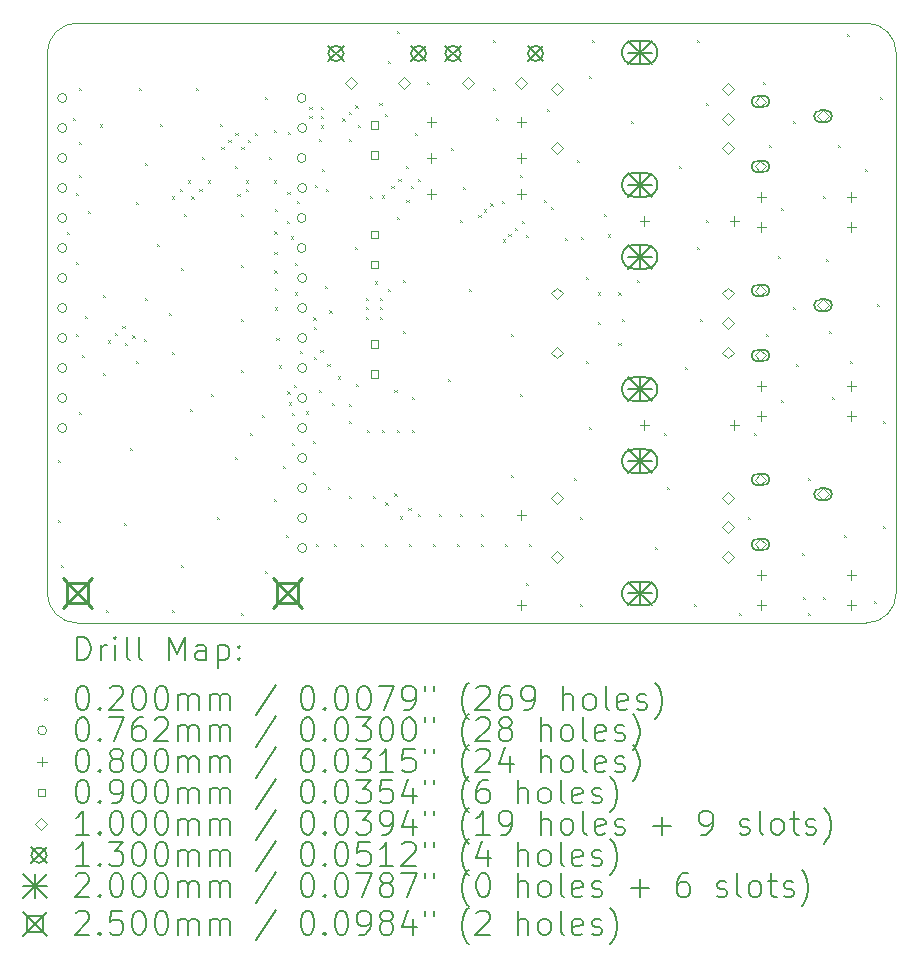
<source format=gbr>
%TF.GenerationSoftware,KiCad,Pcbnew,(6.0.7)*%
%TF.CreationDate,2023-02-19T14:25:55-04:00*%
%TF.ProjectId,Twitch Switch Base,54776974-6368-4205-9377-697463682042,rev?*%
%TF.SameCoordinates,Original*%
%TF.FileFunction,Drillmap*%
%TF.FilePolarity,Positive*%
%FSLAX45Y45*%
G04 Gerber Fmt 4.5, Leading zero omitted, Abs format (unit mm)*
G04 Created by KiCad (PCBNEW (6.0.7)) date 2023-02-19 14:25:55*
%MOMM*%
%LPD*%
G01*
G04 APERTURE LIST*
%ADD10C,0.100000*%
%ADD11C,0.200000*%
%ADD12C,0.020000*%
%ADD13C,0.076200*%
%ADD14C,0.080000*%
%ADD15C,0.090000*%
%ADD16C,0.130000*%
%ADD17C,0.250000*%
G04 APERTURE END LIST*
D10*
X18745200Y-7874000D02*
G75*
G03*
X18491200Y-7620000I-254000J0D01*
G01*
X11811000Y-7620000D02*
X18491200Y-7620000D01*
X11811000Y-12700000D02*
X18491200Y-12700000D01*
X11557000Y-12446000D02*
G75*
G03*
X11811000Y-12700000I254000J0D01*
G01*
X11811000Y-7620000D02*
G75*
G03*
X11557000Y-7874000I0J-254000D01*
G01*
X18491200Y-12700000D02*
G75*
G03*
X18745200Y-12446000I0J254000D01*
G01*
X18745200Y-7874000D02*
X18745200Y-12446000D01*
X11557000Y-12446000D02*
X11557000Y-7874000D01*
D11*
D12*
X11648600Y-11318400D02*
X11668600Y-11338400D01*
X11668600Y-11318400D02*
X11648600Y-11338400D01*
X11648600Y-11826400D02*
X11668600Y-11846400D01*
X11668600Y-11826400D02*
X11648600Y-11846400D01*
X11674000Y-12207400D02*
X11694000Y-12227400D01*
X11694000Y-12207400D02*
X11674000Y-12227400D01*
X11724800Y-9388000D02*
X11744800Y-9408000D01*
X11744800Y-9388000D02*
X11724800Y-9408000D01*
X11773547Y-8425249D02*
X11793547Y-8445249D01*
X11793547Y-8425249D02*
X11773547Y-8445249D01*
X11801000Y-9057800D02*
X11821000Y-9077800D01*
X11821000Y-9057800D02*
X11801000Y-9077800D01*
X11801000Y-9642000D02*
X11821000Y-9662000D01*
X11821000Y-9642000D02*
X11801000Y-9662000D01*
X11801000Y-10251600D02*
X11821000Y-10271600D01*
X11821000Y-10251600D02*
X11801000Y-10271600D01*
X11826400Y-8168800D02*
X11846400Y-8188800D01*
X11846400Y-8168800D02*
X11826400Y-8188800D01*
X11826400Y-8626000D02*
X11846400Y-8646000D01*
X11846400Y-8626000D02*
X11826400Y-8646000D01*
X11826400Y-8905400D02*
X11846400Y-8925400D01*
X11846400Y-8905400D02*
X11826400Y-8925400D01*
X11826400Y-10912000D02*
X11846400Y-10932000D01*
X11846400Y-10912000D02*
X11826400Y-10932000D01*
X11851800Y-10429400D02*
X11871800Y-10449400D01*
X11871800Y-10429400D02*
X11851800Y-10449400D01*
X11877200Y-10099200D02*
X11897200Y-10119200D01*
X11897200Y-10099200D02*
X11877200Y-10119200D01*
X11902600Y-9210200D02*
X11922600Y-9230200D01*
X11922600Y-9210200D02*
X11902600Y-9230200D01*
X12004262Y-8478250D02*
X12024262Y-8498250D01*
X12024262Y-8478250D02*
X12004262Y-8498250D01*
X12029600Y-9921400D02*
X12049600Y-9941400D01*
X12049600Y-9921400D02*
X12029600Y-9941400D01*
X12029600Y-10581800D02*
X12049600Y-10601800D01*
X12049600Y-10581800D02*
X12029600Y-10601800D01*
X12055000Y-12588400D02*
X12075000Y-12608400D01*
X12075000Y-12588400D02*
X12055000Y-12608400D01*
X12070114Y-10305447D02*
X12090114Y-10325447D01*
X12090114Y-10305447D02*
X12070114Y-10325447D01*
X12131461Y-10244100D02*
X12151461Y-10264100D01*
X12151461Y-10244100D02*
X12131461Y-10264100D01*
X12193504Y-10182057D02*
X12213504Y-10202057D01*
X12213504Y-10182057D02*
X12193504Y-10202057D01*
X12207400Y-11851800D02*
X12227400Y-11871800D01*
X12227400Y-11851800D02*
X12207400Y-11871800D01*
X12214935Y-10327504D02*
X12234935Y-10347504D01*
X12234935Y-10327504D02*
X12214935Y-10347504D01*
X12258200Y-11216800D02*
X12278200Y-11236800D01*
X12278200Y-11216800D02*
X12258200Y-11236800D01*
X12276943Y-10265496D02*
X12296943Y-10285496D01*
X12296943Y-10265496D02*
X12276943Y-10285496D01*
X12309000Y-9134000D02*
X12329000Y-9154000D01*
X12329000Y-9134000D02*
X12309000Y-9154000D01*
X12309000Y-10480200D02*
X12329000Y-10500200D01*
X12329000Y-10480200D02*
X12309000Y-10500200D01*
X12334400Y-8168800D02*
X12354400Y-8188800D01*
X12354400Y-8168800D02*
X12334400Y-8188800D01*
X12373968Y-10295247D02*
X12393968Y-10315247D01*
X12393968Y-10295247D02*
X12373968Y-10315247D01*
X12385200Y-8803800D02*
X12405200Y-8823800D01*
X12405200Y-8803800D02*
X12385200Y-8823800D01*
X12385200Y-9946800D02*
X12405200Y-9966800D01*
X12405200Y-9946800D02*
X12385200Y-9966800D01*
X12486800Y-9489600D02*
X12506800Y-9509600D01*
X12506800Y-9489600D02*
X12486800Y-9509600D01*
X12512200Y-8473600D02*
X12532200Y-8493600D01*
X12532200Y-8473600D02*
X12512200Y-8493600D01*
X12588400Y-10073800D02*
X12608400Y-10093800D01*
X12608400Y-10073800D02*
X12588400Y-10093800D01*
X12611079Y-9087494D02*
X12631079Y-9107494D01*
X12631079Y-9087494D02*
X12611079Y-9107494D01*
X12613800Y-10404000D02*
X12633800Y-10424000D01*
X12633800Y-10404000D02*
X12613800Y-10424000D01*
X12613800Y-12588400D02*
X12633800Y-12608400D01*
X12633800Y-12588400D02*
X12613800Y-12608400D01*
X12677022Y-9021551D02*
X12697022Y-9041551D01*
X12697022Y-9021551D02*
X12677022Y-9041551D01*
X12690000Y-9692800D02*
X12710000Y-9712800D01*
X12710000Y-9692800D02*
X12690000Y-9712800D01*
X12690000Y-12207400D02*
X12710000Y-12227400D01*
X12710000Y-12207400D02*
X12690000Y-12227400D01*
X12715400Y-9235600D02*
X12735400Y-9255600D01*
X12735400Y-9235600D02*
X12715400Y-9255600D01*
X12747366Y-8951207D02*
X12767366Y-8971207D01*
X12767366Y-8951207D02*
X12747366Y-8971207D01*
X12766200Y-10886600D02*
X12786200Y-10906600D01*
X12786200Y-10886600D02*
X12766200Y-10906600D01*
X12777839Y-9087611D02*
X12797839Y-9107611D01*
X12797839Y-9087611D02*
X12777839Y-9107611D01*
X12817000Y-8168800D02*
X12837000Y-8188800D01*
X12837000Y-8168800D02*
X12817000Y-8188800D01*
X12844220Y-9021230D02*
X12864220Y-9041230D01*
X12864220Y-9021230D02*
X12844220Y-9041230D01*
X12867800Y-8753000D02*
X12887800Y-8773000D01*
X12887800Y-8753000D02*
X12867800Y-8773000D01*
X12914041Y-8951410D02*
X12934041Y-8971410D01*
X12934041Y-8951410D02*
X12914041Y-8971410D01*
X12944000Y-10759600D02*
X12964000Y-10779600D01*
X12964000Y-10759600D02*
X12944000Y-10779600D01*
X12994800Y-11801000D02*
X13014800Y-11821000D01*
X13014800Y-11801000D02*
X12994800Y-11821000D01*
X13020200Y-8473600D02*
X13040200Y-8493600D01*
X13040200Y-8473600D02*
X13020200Y-8493600D01*
X13031972Y-8666601D02*
X13051972Y-8686601D01*
X13051972Y-8666601D02*
X13031972Y-8686601D01*
X13088598Y-8609975D02*
X13108598Y-8629975D01*
X13108598Y-8609975D02*
X13088598Y-8629975D01*
X13147200Y-8829200D02*
X13167200Y-8849200D01*
X13167200Y-8829200D02*
X13147200Y-8849200D01*
X13147200Y-11293000D02*
X13167200Y-11313000D01*
X13167200Y-11293000D02*
X13147200Y-11313000D01*
X13149150Y-8549423D02*
X13169150Y-8569423D01*
X13169150Y-8549423D02*
X13149150Y-8569423D01*
X13164768Y-9068800D02*
X13184768Y-9088800D01*
X13184768Y-9068800D02*
X13164768Y-9088800D01*
X13198000Y-9235600D02*
X13218000Y-9255600D01*
X13218000Y-9235600D02*
X13198000Y-9255600D01*
X13198000Y-9667400D02*
X13218000Y-9687400D01*
X13218000Y-9667400D02*
X13198000Y-9687400D01*
X13198000Y-10124600D02*
X13218000Y-10144600D01*
X13218000Y-10124600D02*
X13198000Y-10144600D01*
X13198000Y-10556400D02*
X13218000Y-10576400D01*
X13218000Y-10556400D02*
X13198000Y-10576400D01*
X13198000Y-12613800D02*
X13218000Y-12633800D01*
X13218000Y-12613800D02*
X13198000Y-12633800D01*
X13199171Y-8666280D02*
X13219171Y-8686280D01*
X13219171Y-8666280D02*
X13199171Y-8686280D01*
X13238070Y-8951547D02*
X13258070Y-8971547D01*
X13258070Y-8951547D02*
X13238070Y-8971547D01*
X13238070Y-9021891D02*
X13258070Y-9041891D01*
X13258070Y-9021891D02*
X13238070Y-9041891D01*
X13254897Y-8610553D02*
X13274897Y-8630553D01*
X13274897Y-8610553D02*
X13254897Y-8630553D01*
X13274200Y-11089800D02*
X13294200Y-11109800D01*
X13294200Y-11089800D02*
X13274200Y-11109800D01*
X13316020Y-8549430D02*
X13336020Y-8569430D01*
X13336020Y-8549430D02*
X13316020Y-8569430D01*
X13375800Y-10937400D02*
X13395800Y-10957400D01*
X13395800Y-10937400D02*
X13375800Y-10957400D01*
X13401200Y-8245000D02*
X13421200Y-8265000D01*
X13421200Y-8245000D02*
X13401200Y-8265000D01*
X13401200Y-12258200D02*
X13421200Y-12278200D01*
X13421200Y-12258200D02*
X13401200Y-12278200D01*
X13435333Y-8753192D02*
X13455333Y-8773192D01*
X13455333Y-8753192D02*
X13435333Y-8773192D01*
X13474170Y-8951219D02*
X13494170Y-8971219D01*
X13494170Y-8951219D02*
X13474170Y-8971219D01*
X13477400Y-8524400D02*
X13497400Y-8544400D01*
X13497400Y-8524400D02*
X13477400Y-8544400D01*
X13477400Y-11648600D02*
X13497400Y-11668600D01*
X13497400Y-11648600D02*
X13477400Y-11668600D01*
X13478216Y-9557131D02*
X13498216Y-9577131D01*
X13498216Y-9557131D02*
X13478216Y-9577131D01*
X13478216Y-9714181D02*
X13498216Y-9734181D01*
X13498216Y-9714181D02*
X13478216Y-9734181D01*
X13479472Y-9383185D02*
X13499472Y-9403185D01*
X13499472Y-9383185D02*
X13479472Y-9403185D01*
X13481357Y-9860237D02*
X13501357Y-9880237D01*
X13501357Y-9860237D02*
X13481357Y-9880237D01*
X13481629Y-10026998D02*
X13501629Y-10046998D01*
X13501629Y-10026998D02*
X13481629Y-10046998D01*
X13481839Y-9191960D02*
X13501839Y-9211960D01*
X13501839Y-9191960D02*
X13481839Y-9211960D01*
X13496246Y-10286695D02*
X13516246Y-10306695D01*
X13516246Y-10286695D02*
X13496246Y-10306695D01*
X13519803Y-10519128D02*
X13539803Y-10539128D01*
X13539803Y-10519128D02*
X13519803Y-10539128D01*
X13553600Y-11369200D02*
X13573600Y-11389200D01*
X13573600Y-11369200D02*
X13553600Y-11389200D01*
X13579000Y-11953400D02*
X13599000Y-11973400D01*
X13599000Y-11953400D02*
X13579000Y-11973400D01*
X13583034Y-9295438D02*
X13603034Y-9315438D01*
X13603034Y-9295438D02*
X13583034Y-9315438D01*
X13588360Y-9047099D02*
X13608360Y-9067099D01*
X13608360Y-9047099D02*
X13588360Y-9067099D01*
X13589947Y-10737430D02*
X13609947Y-10757430D01*
X13609947Y-10737430D02*
X13589947Y-10757430D01*
X13594928Y-8543760D02*
X13614928Y-8563760D01*
X13614928Y-8543760D02*
X13594928Y-8563760D01*
X13599887Y-10832570D02*
X13619887Y-10852570D01*
X13619887Y-10832570D02*
X13599887Y-10852570D01*
X13617236Y-9424568D02*
X13637236Y-9444568D01*
X13637236Y-9424568D02*
X13617236Y-9444568D01*
X13624923Y-11172021D02*
X13644923Y-11192021D01*
X13644923Y-11172021D02*
X13624923Y-11192021D01*
X13629783Y-10922881D02*
X13649783Y-10942881D01*
X13649783Y-10922881D02*
X13629783Y-10942881D01*
X13642864Y-10682938D02*
X13662864Y-10702938D01*
X13662864Y-10682938D02*
X13642864Y-10702938D01*
X13651556Y-9649181D02*
X13671556Y-9669181D01*
X13671556Y-9649181D02*
X13651556Y-9669181D01*
X13652834Y-9900614D02*
X13672834Y-9920614D01*
X13672834Y-9900614D02*
X13652834Y-9920614D01*
X13667931Y-9125624D02*
X13687931Y-9145624D01*
X13687931Y-9125624D02*
X13667931Y-9145624D01*
X13695646Y-10393646D02*
X13715646Y-10413646D01*
X13715646Y-10393646D02*
X13695646Y-10413646D01*
X13747528Y-10908622D02*
X13767528Y-10928622D01*
X13767528Y-10908622D02*
X13747528Y-10928622D01*
X13775237Y-8405741D02*
X13795237Y-8425741D01*
X13795237Y-8405741D02*
X13775237Y-8425741D01*
X13776603Y-8332309D02*
X13796603Y-8352309D01*
X13796603Y-8332309D02*
X13776603Y-8352309D01*
X13807600Y-11159590D02*
X13827600Y-11179590D01*
X13827600Y-11159590D02*
X13807600Y-11179590D01*
X13807600Y-11420000D02*
X13827600Y-11440000D01*
X13827600Y-11420000D02*
X13807600Y-11440000D01*
X13808878Y-10112580D02*
X13828878Y-10132580D01*
X13828878Y-10112580D02*
X13808878Y-10132580D01*
X13811310Y-10444860D02*
X13831310Y-10464860D01*
X13831310Y-10444860D02*
X13811310Y-10464860D01*
X13812373Y-10194754D02*
X13832373Y-10214754D01*
X13832373Y-10194754D02*
X13812373Y-10214754D01*
X13820519Y-8987602D02*
X13840519Y-9007602D01*
X13840519Y-8987602D02*
X13820519Y-9007602D01*
X13833000Y-12029600D02*
X13853000Y-12049600D01*
X13853000Y-12029600D02*
X13833000Y-12049600D01*
X13854358Y-10723771D02*
X13874358Y-10743771D01*
X13874358Y-10723771D02*
X13854358Y-10743771D01*
X13858400Y-8600600D02*
X13878400Y-8620600D01*
X13878400Y-8600600D02*
X13858400Y-8620600D01*
X13867985Y-10388185D02*
X13887985Y-10408185D01*
X13887985Y-10388185D02*
X13867985Y-10408185D01*
X13872774Y-8332223D02*
X13892774Y-8352223D01*
X13892774Y-8332223D02*
X13872774Y-8352223D01*
X13872774Y-8406399D02*
X13892774Y-8426399D01*
X13892774Y-8406399D02*
X13872774Y-8426399D01*
X13872774Y-8485390D02*
X13892774Y-8505390D01*
X13892774Y-8485390D02*
X13872774Y-8505390D01*
X13883800Y-8854600D02*
X13903800Y-8874600D01*
X13903800Y-8854600D02*
X13883800Y-8874600D01*
X13909200Y-9845200D02*
X13929200Y-9865200D01*
X13929200Y-9845200D02*
X13909200Y-9865200D01*
X13913195Y-9022842D02*
X13933195Y-9042842D01*
X13933195Y-9022842D02*
X13913195Y-9042842D01*
X13928132Y-10506564D02*
X13948132Y-10526564D01*
X13948132Y-10506564D02*
X13928132Y-10526564D01*
X13934600Y-11547000D02*
X13954600Y-11567000D01*
X13954600Y-11547000D02*
X13934600Y-11567000D01*
X13946034Y-10052901D02*
X13966034Y-10072901D01*
X13966034Y-10052901D02*
X13946034Y-10072901D01*
X13964773Y-10833318D02*
X13984773Y-10853318D01*
X13984773Y-10833318D02*
X13964773Y-10853318D01*
X13985400Y-12029600D02*
X14005400Y-12049600D01*
X14005400Y-12029600D02*
X13985400Y-12049600D01*
X14016080Y-10610217D02*
X14036080Y-10630217D01*
X14036080Y-10610217D02*
X14016080Y-10630217D01*
X14055734Y-8426978D02*
X14075734Y-8446978D01*
X14075734Y-8426978D02*
X14055734Y-8446978D01*
X14110838Y-8371875D02*
X14130838Y-8391875D01*
X14130838Y-8371875D02*
X14110838Y-8391875D01*
X14111818Y-10845107D02*
X14131818Y-10865107D01*
X14131818Y-10845107D02*
X14111818Y-10865107D01*
X14112400Y-8600600D02*
X14132400Y-8620600D01*
X14132400Y-8600600D02*
X14112400Y-8620600D01*
X14112400Y-10988200D02*
X14132400Y-11008200D01*
X14132400Y-10988200D02*
X14112400Y-11008200D01*
X14112400Y-11623200D02*
X14132400Y-11643200D01*
X14132400Y-11623200D02*
X14112400Y-11643200D01*
X14163200Y-9515000D02*
X14183200Y-9535000D01*
X14183200Y-9515000D02*
X14163200Y-9535000D01*
X14164324Y-8316050D02*
X14184324Y-8336050D01*
X14184324Y-8316050D02*
X14164324Y-8336050D01*
X14171559Y-10674607D02*
X14191559Y-10694607D01*
X14191559Y-10674607D02*
X14171559Y-10694607D01*
X14184455Y-8482642D02*
X14204455Y-8502642D01*
X14204455Y-8482642D02*
X14184455Y-8502642D01*
X14214000Y-12029600D02*
X14234000Y-12049600D01*
X14234000Y-12029600D02*
X14214000Y-12049600D01*
X14256600Y-9946800D02*
X14276600Y-9966800D01*
X14276600Y-9946800D02*
X14256600Y-9966800D01*
X14256600Y-10023000D02*
X14276600Y-10043000D01*
X14276600Y-10023000D02*
X14256600Y-10043000D01*
X14256600Y-10109161D02*
X14276600Y-10129161D01*
X14276600Y-10109161D02*
X14256600Y-10129161D01*
X14264800Y-11064400D02*
X14284800Y-11084400D01*
X14284800Y-11064400D02*
X14264800Y-11084400D01*
X14290200Y-9083200D02*
X14310200Y-9103200D01*
X14310200Y-9083200D02*
X14290200Y-9103200D01*
X14315600Y-11623200D02*
X14335600Y-11643200D01*
X14335600Y-11623200D02*
X14315600Y-11643200D01*
X14329016Y-9805568D02*
X14349016Y-9825568D01*
X14349016Y-9805568D02*
X14329016Y-9825568D01*
X14368757Y-8298340D02*
X14388757Y-8318340D01*
X14388757Y-8298340D02*
X14368757Y-8318340D01*
X14374600Y-9945788D02*
X14394600Y-9965788D01*
X14394600Y-9945788D02*
X14374600Y-9965788D01*
X14374600Y-10023000D02*
X14394600Y-10043000D01*
X14394600Y-10023000D02*
X14374600Y-10043000D01*
X14374600Y-10109161D02*
X14394600Y-10129161D01*
X14394600Y-10109161D02*
X14374600Y-10129161D01*
X14388181Y-9079581D02*
X14408181Y-9099581D01*
X14408181Y-9079581D02*
X14388181Y-9099581D01*
X14391800Y-11064400D02*
X14411800Y-11084400D01*
X14411800Y-11064400D02*
X14391800Y-11084400D01*
X14416005Y-8389200D02*
X14436005Y-8409200D01*
X14436005Y-8389200D02*
X14416005Y-8409200D01*
X14417200Y-12029600D02*
X14437200Y-12049600D01*
X14437200Y-12029600D02*
X14417200Y-12049600D01*
X14420631Y-11677431D02*
X14440631Y-11697431D01*
X14440631Y-11677431D02*
X14420631Y-11697431D01*
X14442225Y-9870225D02*
X14462225Y-9890225D01*
X14462225Y-9870225D02*
X14442225Y-9890225D01*
X14442600Y-7940200D02*
X14462600Y-7960200D01*
X14462600Y-7940200D02*
X14442600Y-7960200D01*
X14468492Y-8999270D02*
X14488492Y-9019270D01*
X14488492Y-8999270D02*
X14468492Y-9019270D01*
X14494561Y-11603502D02*
X14514561Y-11623502D01*
X14514561Y-11603502D02*
X14494561Y-11623502D01*
X14496651Y-10728004D02*
X14516651Y-10748004D01*
X14516651Y-10728004D02*
X14496651Y-10748004D01*
X14518800Y-7686200D02*
X14538800Y-7706200D01*
X14538800Y-7686200D02*
X14518800Y-7706200D01*
X14518800Y-9261000D02*
X14538800Y-9281000D01*
X14538800Y-9261000D02*
X14518800Y-9281000D01*
X14518800Y-11064400D02*
X14538800Y-11084400D01*
X14538800Y-11064400D02*
X14518800Y-11084400D01*
X14527729Y-8940032D02*
X14547729Y-8960032D01*
X14547729Y-8940032D02*
X14527729Y-8960032D01*
X14540769Y-11797569D02*
X14560769Y-11817569D01*
X14560769Y-11797569D02*
X14540769Y-11817569D01*
X14569600Y-9794400D02*
X14589600Y-9814400D01*
X14589600Y-9794400D02*
X14569600Y-9814400D01*
X14569600Y-10226200D02*
X14589600Y-10246200D01*
X14589600Y-10226200D02*
X14569600Y-10246200D01*
X14595000Y-8829200D02*
X14615000Y-8849200D01*
X14615000Y-8829200D02*
X14595000Y-8849200D01*
X14597502Y-9119302D02*
X14617502Y-9139302D01*
X14617502Y-9119302D02*
X14597502Y-9139302D01*
X14614349Y-11723988D02*
X14634349Y-11743988D01*
X14634349Y-11723988D02*
X14614349Y-11743988D01*
X14620400Y-12029600D02*
X14640400Y-12049600D01*
X14640400Y-12029600D02*
X14620400Y-12049600D01*
X14636773Y-8998800D02*
X14656773Y-9018800D01*
X14656773Y-8998800D02*
X14636773Y-9018800D01*
X14645800Y-10785000D02*
X14665800Y-10805000D01*
X14665800Y-10785000D02*
X14645800Y-10805000D01*
X14645800Y-11064400D02*
X14665800Y-11084400D01*
X14665800Y-11064400D02*
X14645800Y-11084400D01*
X14671200Y-8549800D02*
X14691200Y-8569800D01*
X14691200Y-8549800D02*
X14671200Y-8569800D01*
X14696485Y-8939873D02*
X14716485Y-8959873D01*
X14716485Y-8939873D02*
X14696485Y-8959873D01*
X14696600Y-11775600D02*
X14716600Y-11795600D01*
X14716600Y-11775600D02*
X14696600Y-11795600D01*
X14772800Y-8118000D02*
X14792800Y-8138000D01*
X14792800Y-8118000D02*
X14772800Y-8138000D01*
X14823600Y-12029600D02*
X14843600Y-12049600D01*
X14843600Y-12029600D02*
X14823600Y-12049600D01*
X14874400Y-11775600D02*
X14894400Y-11795600D01*
X14894400Y-11775600D02*
X14874400Y-11795600D01*
X14950600Y-10632600D02*
X14970600Y-10652600D01*
X14970600Y-10632600D02*
X14950600Y-10652600D01*
X14976000Y-8676800D02*
X14996000Y-8696800D01*
X14996000Y-8676800D02*
X14976000Y-8696800D01*
X15026800Y-12029600D02*
X15046800Y-12049600D01*
X15046800Y-12029600D02*
X15026800Y-12049600D01*
X15052200Y-9286400D02*
X15072200Y-9306400D01*
X15072200Y-9286400D02*
X15052200Y-9306400D01*
X15052200Y-11775600D02*
X15072200Y-11795600D01*
X15072200Y-11775600D02*
X15052200Y-11795600D01*
X15077600Y-9007000D02*
X15097600Y-9027000D01*
X15097600Y-9007000D02*
X15077600Y-9027000D01*
X15128400Y-9870600D02*
X15148400Y-9890600D01*
X15148400Y-9870600D02*
X15128400Y-9890600D01*
X15207498Y-9244898D02*
X15227498Y-9264898D01*
X15227498Y-9244898D02*
X15207498Y-9264898D01*
X15230000Y-11775600D02*
X15250000Y-11795600D01*
X15250000Y-11775600D02*
X15230000Y-11795600D01*
X15230000Y-12029600D02*
X15250000Y-12049600D01*
X15250000Y-12029600D02*
X15230000Y-12049600D01*
X15254750Y-9197645D02*
X15274750Y-9217645D01*
X15274750Y-9197645D02*
X15254750Y-9217645D01*
X15307201Y-9145194D02*
X15327201Y-9165194D01*
X15327201Y-9145194D02*
X15307201Y-9165194D01*
X15331600Y-7762400D02*
X15351600Y-7782400D01*
X15351600Y-7762400D02*
X15331600Y-7782400D01*
X15331600Y-8168800D02*
X15351600Y-8188800D01*
X15351600Y-8168800D02*
X15331600Y-8188800D01*
X15357000Y-8422800D02*
X15377000Y-8442800D01*
X15377000Y-8422800D02*
X15357000Y-8442800D01*
X15406777Y-9127784D02*
X15426777Y-9147784D01*
X15426777Y-9127784D02*
X15406777Y-9147784D01*
X15414089Y-9451681D02*
X15434089Y-9471681D01*
X15434089Y-9451681D02*
X15414089Y-9471681D01*
X15433200Y-12029600D02*
X15453200Y-12049600D01*
X15453200Y-12029600D02*
X15433200Y-12049600D01*
X15461664Y-9404716D02*
X15481664Y-9424716D01*
X15481664Y-9404716D02*
X15461664Y-9424716D01*
X15484000Y-10251600D02*
X15504000Y-10271600D01*
X15504000Y-10251600D02*
X15484000Y-10271600D01*
X15484000Y-11445400D02*
X15504000Y-11465400D01*
X15504000Y-11445400D02*
X15484000Y-11465400D01*
X15513555Y-9352215D02*
X15533555Y-9372215D01*
X15533555Y-9352215D02*
X15513555Y-9372215D01*
X15560200Y-8905400D02*
X15580200Y-8925400D01*
X15580200Y-8905400D02*
X15560200Y-8925400D01*
X15560200Y-10759600D02*
X15580200Y-10779600D01*
X15580200Y-10759600D02*
X15560200Y-10779600D01*
X15572419Y-9293950D02*
X15592419Y-9313950D01*
X15592419Y-9293950D02*
X15572419Y-9313950D01*
X15611000Y-9413400D02*
X15631000Y-9433400D01*
X15631000Y-9413400D02*
X15611000Y-9433400D01*
X15611000Y-12359800D02*
X15631000Y-12379800D01*
X15631000Y-12359800D02*
X15611000Y-12379800D01*
X15636400Y-12029600D02*
X15656400Y-12049600D01*
X15656400Y-12029600D02*
X15636400Y-12049600D01*
X15760898Y-9119302D02*
X15780898Y-9139302D01*
X15780898Y-9119302D02*
X15760898Y-9139302D01*
X15788800Y-8346600D02*
X15808800Y-8366600D01*
X15808800Y-8346600D02*
X15788800Y-8366600D01*
X15820298Y-9178702D02*
X15840298Y-9198702D01*
X15840298Y-9178702D02*
X15820298Y-9198702D01*
X15941200Y-9438800D02*
X15961200Y-9458800D01*
X15961200Y-9438800D02*
X15941200Y-9458800D01*
X16017400Y-11470800D02*
X16037400Y-11490800D01*
X16037400Y-11470800D02*
X16017400Y-11490800D01*
X16042800Y-8778400D02*
X16062800Y-8798400D01*
X16062800Y-8778400D02*
X16042800Y-8798400D01*
X16068200Y-11801000D02*
X16088200Y-11821000D01*
X16088200Y-11801000D02*
X16068200Y-11821000D01*
X16068200Y-12537600D02*
X16088200Y-12557600D01*
X16088200Y-12537600D02*
X16068200Y-12557600D01*
X16074298Y-9432702D02*
X16094298Y-9452702D01*
X16094298Y-9432702D02*
X16074298Y-9452702D01*
X16119000Y-9769000D02*
X16139000Y-9789000D01*
X16139000Y-9769000D02*
X16119000Y-9789000D01*
X16119000Y-10480200D02*
X16139000Y-10500200D01*
X16139000Y-10480200D02*
X16119000Y-10500200D01*
X16144400Y-8067200D02*
X16164400Y-8087200D01*
X16164400Y-8067200D02*
X16144400Y-8087200D01*
X16144400Y-11039000D02*
X16164400Y-11059000D01*
X16164400Y-11039000D02*
X16144400Y-11059000D01*
X16169800Y-7762400D02*
X16189800Y-7782400D01*
X16189800Y-7762400D02*
X16169800Y-7782400D01*
X16216650Y-9899916D02*
X16236650Y-9919916D01*
X16236650Y-9899916D02*
X16216650Y-9919916D01*
X16216650Y-10151479D02*
X16236650Y-10171479D01*
X16236650Y-10151479D02*
X16216650Y-10171479D01*
X16271400Y-9235600D02*
X16291400Y-9255600D01*
X16291400Y-9235600D02*
X16271400Y-9255600D01*
X16300419Y-9409781D02*
X16320419Y-9429781D01*
X16320419Y-9409781D02*
X16300419Y-9429781D01*
X16392750Y-9899916D02*
X16412750Y-9919916D01*
X16412750Y-9899916D02*
X16392750Y-9919916D01*
X16392750Y-10326676D02*
X16412750Y-10346676D01*
X16412750Y-10326676D02*
X16392750Y-10346676D01*
X16423800Y-10124600D02*
X16443800Y-10144600D01*
X16443800Y-10124600D02*
X16423800Y-10144600D01*
X16500000Y-8448200D02*
X16520000Y-8468200D01*
X16520000Y-8448200D02*
X16500000Y-8468200D01*
X16550800Y-9794400D02*
X16570800Y-9814400D01*
X16570800Y-9794400D02*
X16550800Y-9814400D01*
X16703200Y-12055000D02*
X16723200Y-12075000D01*
X16723200Y-12055000D02*
X16703200Y-12075000D01*
X16779400Y-11089800D02*
X16799400Y-11109800D01*
X16799400Y-11089800D02*
X16779400Y-11109800D01*
X16804800Y-11547000D02*
X16824800Y-11567000D01*
X16824800Y-11547000D02*
X16804800Y-11567000D01*
X16906400Y-8829200D02*
X16926400Y-8849200D01*
X16926400Y-8829200D02*
X16906400Y-8849200D01*
X16957200Y-10531000D02*
X16977200Y-10551000D01*
X16977200Y-10531000D02*
X16957200Y-10551000D01*
X17033400Y-12537600D02*
X17053400Y-12557600D01*
X17053400Y-12537600D02*
X17033400Y-12557600D01*
X17058800Y-7762400D02*
X17078800Y-7782400D01*
X17078800Y-7762400D02*
X17058800Y-7782400D01*
X17058800Y-9515000D02*
X17078800Y-9535000D01*
X17078800Y-9515000D02*
X17058800Y-9535000D01*
X17084200Y-10124600D02*
X17104200Y-10144600D01*
X17104200Y-10124600D02*
X17084200Y-10144600D01*
X17135000Y-8295800D02*
X17155000Y-8315800D01*
X17155000Y-8295800D02*
X17135000Y-8315800D01*
X17135000Y-9286400D02*
X17155000Y-9306400D01*
X17155000Y-9286400D02*
X17135000Y-9306400D01*
X17414400Y-12613800D02*
X17434400Y-12633800D01*
X17434400Y-12613800D02*
X17414400Y-12633800D01*
X17490600Y-11801000D02*
X17510600Y-11821000D01*
X17510600Y-11801000D02*
X17490600Y-11821000D01*
X17541400Y-11089800D02*
X17561400Y-11109800D01*
X17561400Y-11089800D02*
X17541400Y-11109800D01*
X17617600Y-8118000D02*
X17637600Y-8138000D01*
X17637600Y-8118000D02*
X17617600Y-8138000D01*
X17643000Y-10251600D02*
X17663000Y-10271600D01*
X17663000Y-10251600D02*
X17643000Y-10271600D01*
X17668400Y-8651400D02*
X17688400Y-8671400D01*
X17688400Y-8651400D02*
X17668400Y-8671400D01*
X17744600Y-9591200D02*
X17764600Y-9611200D01*
X17764600Y-9591200D02*
X17744600Y-9611200D01*
X17770000Y-9184800D02*
X17790000Y-9204800D01*
X17790000Y-9184800D02*
X17770000Y-9204800D01*
X17770000Y-10810400D02*
X17790000Y-10830400D01*
X17790000Y-10810400D02*
X17770000Y-10830400D01*
X17871600Y-8448200D02*
X17891600Y-8468200D01*
X17891600Y-8448200D02*
X17871600Y-8468200D01*
X17871600Y-10023000D02*
X17891600Y-10043000D01*
X17891600Y-10023000D02*
X17871600Y-10043000D01*
X17897000Y-10505600D02*
X17917000Y-10525600D01*
X17917000Y-10505600D02*
X17897000Y-10525600D01*
X17947800Y-12105800D02*
X17967800Y-12125800D01*
X17967800Y-12105800D02*
X17947800Y-12125800D01*
X17954998Y-12478437D02*
X17974998Y-12498437D01*
X17974998Y-12478437D02*
X17954998Y-12498437D01*
X17998600Y-11470800D02*
X18018600Y-11490800D01*
X18018600Y-11470800D02*
X17998600Y-11490800D01*
X17998600Y-12613800D02*
X18018600Y-12633800D01*
X18018600Y-12613800D02*
X17998600Y-12633800D01*
X18125600Y-9083200D02*
X18145600Y-9103200D01*
X18145600Y-9083200D02*
X18125600Y-9103200D01*
X18125600Y-12478100D02*
X18145600Y-12498100D01*
X18145600Y-12478100D02*
X18125600Y-12498100D01*
X18151000Y-9616600D02*
X18171000Y-9636600D01*
X18171000Y-9616600D02*
X18151000Y-9636600D01*
X18176400Y-10226200D02*
X18196400Y-10246200D01*
X18196400Y-10226200D02*
X18176400Y-10246200D01*
X18201800Y-10785000D02*
X18221800Y-10805000D01*
X18221800Y-10785000D02*
X18201800Y-10805000D01*
X18252600Y-8651400D02*
X18272600Y-8671400D01*
X18272600Y-8651400D02*
X18252600Y-8671400D01*
X18303400Y-11953400D02*
X18323400Y-11973400D01*
X18323400Y-11953400D02*
X18303400Y-11973400D01*
X18328800Y-7711600D02*
X18348800Y-7731600D01*
X18348800Y-7711600D02*
X18328800Y-7731600D01*
X18354200Y-10480200D02*
X18374200Y-10500200D01*
X18374200Y-10480200D02*
X18354200Y-10500200D01*
X18481200Y-8854600D02*
X18501200Y-8874600D01*
X18501200Y-8854600D02*
X18481200Y-8874600D01*
X18557400Y-12512200D02*
X18577400Y-12532200D01*
X18577400Y-12512200D02*
X18557400Y-12532200D01*
X18582800Y-9997600D02*
X18602800Y-10017600D01*
X18602800Y-9997600D02*
X18582800Y-10017600D01*
X18608200Y-8245000D02*
X18628200Y-8265000D01*
X18628200Y-8245000D02*
X18608200Y-8265000D01*
X18633600Y-10988200D02*
X18653600Y-11008200D01*
X18653600Y-10988200D02*
X18633600Y-11008200D01*
X18633600Y-11877200D02*
X18653600Y-11897200D01*
X18653600Y-11877200D02*
X18633600Y-11897200D01*
D13*
X11722100Y-8255000D02*
G75*
G03*
X11722100Y-8255000I-38100J0D01*
G01*
X11722100Y-8509000D02*
G75*
G03*
X11722100Y-8509000I-38100J0D01*
G01*
X11722100Y-8763000D02*
G75*
G03*
X11722100Y-8763000I-38100J0D01*
G01*
X11722100Y-9017000D02*
G75*
G03*
X11722100Y-9017000I-38100J0D01*
G01*
X11722100Y-9271000D02*
G75*
G03*
X11722100Y-9271000I-38100J0D01*
G01*
X11722100Y-9525000D02*
G75*
G03*
X11722100Y-9525000I-38100J0D01*
G01*
X11722100Y-9779000D02*
G75*
G03*
X11722100Y-9779000I-38100J0D01*
G01*
X11722100Y-10033000D02*
G75*
G03*
X11722100Y-10033000I-38100J0D01*
G01*
X11722100Y-10287000D02*
G75*
G03*
X11722100Y-10287000I-38100J0D01*
G01*
X11722100Y-10541000D02*
G75*
G03*
X11722100Y-10541000I-38100J0D01*
G01*
X11722100Y-10795000D02*
G75*
G03*
X11722100Y-10795000I-38100J0D01*
G01*
X11722100Y-11049000D02*
G75*
G03*
X11722100Y-11049000I-38100J0D01*
G01*
X13748100Y-8255000D02*
G75*
G03*
X13748100Y-8255000I-38100J0D01*
G01*
X13748100Y-8763000D02*
G75*
G03*
X13748100Y-8763000I-38100J0D01*
G01*
X13748100Y-9271000D02*
G75*
G03*
X13748100Y-9271000I-38100J0D01*
G01*
X13748100Y-9525000D02*
G75*
G03*
X13748100Y-9525000I-38100J0D01*
G01*
X13754100Y-8509000D02*
G75*
G03*
X13754100Y-8509000I-38100J0D01*
G01*
X13754100Y-9017000D02*
G75*
G03*
X13754100Y-9017000I-38100J0D01*
G01*
X13754100Y-9779000D02*
G75*
G03*
X13754100Y-9779000I-38100J0D01*
G01*
X13754100Y-10033000D02*
G75*
G03*
X13754100Y-10033000I-38100J0D01*
G01*
X13754100Y-10287000D02*
G75*
G03*
X13754100Y-10287000I-38100J0D01*
G01*
X13754100Y-10541000D02*
G75*
G03*
X13754100Y-10541000I-38100J0D01*
G01*
X13754100Y-10795000D02*
G75*
G03*
X13754100Y-10795000I-38100J0D01*
G01*
X13754100Y-11049000D02*
G75*
G03*
X13754100Y-11049000I-38100J0D01*
G01*
X13754100Y-11303000D02*
G75*
G03*
X13754100Y-11303000I-38100J0D01*
G01*
X13754100Y-11557000D02*
G75*
G03*
X13754100Y-11557000I-38100J0D01*
G01*
X13754100Y-11811000D02*
G75*
G03*
X13754100Y-11811000I-38100J0D01*
G01*
X13754100Y-12065000D02*
G75*
G03*
X13754100Y-12065000I-38100J0D01*
G01*
D14*
X14808200Y-8418200D02*
X14808200Y-8498200D01*
X14768200Y-8458200D02*
X14848200Y-8458200D01*
X14808200Y-8723000D02*
X14808200Y-8803000D01*
X14768200Y-8763000D02*
X14848200Y-8763000D01*
X14808200Y-9027800D02*
X14808200Y-9107800D01*
X14768200Y-9067800D02*
X14848200Y-9067800D01*
X15570200Y-8418200D02*
X15570200Y-8498200D01*
X15530200Y-8458200D02*
X15610200Y-8458200D01*
X15570200Y-8723000D02*
X15570200Y-8803000D01*
X15530200Y-8763000D02*
X15610200Y-8763000D01*
X15570200Y-9027800D02*
X15570200Y-9107800D01*
X15530200Y-9067800D02*
X15610200Y-9067800D01*
X15570200Y-11745600D02*
X15570200Y-11825600D01*
X15530200Y-11785600D02*
X15610200Y-11785600D01*
X15570200Y-12507600D02*
X15570200Y-12587600D01*
X15530200Y-12547600D02*
X15610200Y-12547600D01*
X16611600Y-9256400D02*
X16611600Y-9336400D01*
X16571600Y-9296400D02*
X16651600Y-9296400D01*
X16611600Y-10983600D02*
X16611600Y-11063600D01*
X16571600Y-11023600D02*
X16651600Y-11023600D01*
X17373600Y-9256400D02*
X17373600Y-9336400D01*
X17333600Y-9296400D02*
X17413600Y-9296400D01*
X17373600Y-10983600D02*
X17373600Y-11063600D01*
X17333600Y-11023600D02*
X17413600Y-11023600D01*
X17603200Y-9052700D02*
X17603200Y-9132700D01*
X17563200Y-9092700D02*
X17643200Y-9092700D01*
X17603200Y-9306700D02*
X17603200Y-9386700D01*
X17563200Y-9346700D02*
X17643200Y-9346700D01*
X17603200Y-10652900D02*
X17603200Y-10732900D01*
X17563200Y-10692900D02*
X17643200Y-10692900D01*
X17603200Y-10906900D02*
X17603200Y-10986900D01*
X17563200Y-10946900D02*
X17643200Y-10946900D01*
X17603200Y-12253100D02*
X17603200Y-12333100D01*
X17563200Y-12293100D02*
X17643200Y-12293100D01*
X17603200Y-12507100D02*
X17603200Y-12587100D01*
X17563200Y-12547100D02*
X17643200Y-12547100D01*
X18365200Y-9052700D02*
X18365200Y-9132700D01*
X18325200Y-9092700D02*
X18405200Y-9092700D01*
X18365200Y-9306700D02*
X18365200Y-9386700D01*
X18325200Y-9346700D02*
X18405200Y-9346700D01*
X18365200Y-10652900D02*
X18365200Y-10732900D01*
X18325200Y-10692900D02*
X18405200Y-10692900D01*
X18365200Y-10906900D02*
X18365200Y-10986900D01*
X18325200Y-10946900D02*
X18405200Y-10946900D01*
X18365200Y-12253100D02*
X18365200Y-12333100D01*
X18325200Y-12293100D02*
X18405200Y-12293100D01*
X18365200Y-12507100D02*
X18365200Y-12587100D01*
X18325200Y-12547100D02*
X18405200Y-12547100D01*
D15*
X14357420Y-8515420D02*
X14357420Y-8451780D01*
X14293780Y-8451780D01*
X14293780Y-8515420D01*
X14357420Y-8515420D01*
X14357420Y-8769420D02*
X14357420Y-8705780D01*
X14293780Y-8705780D01*
X14293780Y-8769420D01*
X14357420Y-8769420D01*
X14357420Y-9442520D02*
X14357420Y-9378880D01*
X14293780Y-9378880D01*
X14293780Y-9442520D01*
X14357420Y-9442520D01*
X14357420Y-9696520D02*
X14357420Y-9632880D01*
X14293780Y-9632880D01*
X14293780Y-9696520D01*
X14357420Y-9696520D01*
X14357420Y-10369620D02*
X14357420Y-10305980D01*
X14293780Y-10305980D01*
X14293780Y-10369620D01*
X14357420Y-10369620D01*
X14357420Y-10623620D02*
X14357420Y-10559980D01*
X14293780Y-10559980D01*
X14293780Y-10623620D01*
X14357420Y-10623620D01*
D10*
X14126000Y-8178000D02*
X14176000Y-8128000D01*
X14126000Y-8078000D01*
X14076000Y-8128000D01*
X14126000Y-8178000D01*
X14576000Y-8178000D02*
X14626000Y-8128000D01*
X14576000Y-8078000D01*
X14526000Y-8128000D01*
X14576000Y-8178000D01*
X15116600Y-8178000D02*
X15166600Y-8128000D01*
X15116600Y-8078000D01*
X15066600Y-8128000D01*
X15116600Y-8178000D01*
X15566600Y-8178000D02*
X15616600Y-8128000D01*
X15566600Y-8078000D01*
X15516600Y-8128000D01*
X15566600Y-8178000D01*
X15872800Y-8230000D02*
X15922800Y-8180000D01*
X15872800Y-8130000D01*
X15822800Y-8180000D01*
X15872800Y-8230000D01*
X15872800Y-8730000D02*
X15922800Y-8680000D01*
X15872800Y-8630000D01*
X15822800Y-8680000D01*
X15872800Y-8730000D01*
X15872800Y-9960000D02*
X15922800Y-9910000D01*
X15872800Y-9860000D01*
X15822800Y-9910000D01*
X15872800Y-9960000D01*
X15872800Y-10460000D02*
X15922800Y-10410000D01*
X15872800Y-10360000D01*
X15822800Y-10410000D01*
X15872800Y-10460000D01*
X15872800Y-11690000D02*
X15922800Y-11640000D01*
X15872800Y-11590000D01*
X15822800Y-11640000D01*
X15872800Y-11690000D01*
X15872800Y-12190000D02*
X15922800Y-12140000D01*
X15872800Y-12090000D01*
X15822800Y-12140000D01*
X15872800Y-12190000D01*
X17322800Y-8230000D02*
X17372800Y-8180000D01*
X17322800Y-8130000D01*
X17272800Y-8180000D01*
X17322800Y-8230000D01*
X17322800Y-8480000D02*
X17372800Y-8430000D01*
X17322800Y-8380000D01*
X17272800Y-8430000D01*
X17322800Y-8480000D01*
X17322800Y-8730000D02*
X17372800Y-8680000D01*
X17322800Y-8630000D01*
X17272800Y-8680000D01*
X17322800Y-8730000D01*
X17322800Y-9960000D02*
X17372800Y-9910000D01*
X17322800Y-9860000D01*
X17272800Y-9910000D01*
X17322800Y-9960000D01*
X17322800Y-10210000D02*
X17372800Y-10160000D01*
X17322800Y-10110000D01*
X17272800Y-10160000D01*
X17322800Y-10210000D01*
X17322800Y-10460000D02*
X17372800Y-10410000D01*
X17322800Y-10360000D01*
X17272800Y-10410000D01*
X17322800Y-10460000D01*
X17322800Y-11690000D02*
X17372800Y-11640000D01*
X17322800Y-11590000D01*
X17272800Y-11640000D01*
X17322800Y-11690000D01*
X17322800Y-11940000D02*
X17372800Y-11890000D01*
X17322800Y-11840000D01*
X17272800Y-11890000D01*
X17322800Y-11940000D01*
X17322800Y-12190000D02*
X17372800Y-12140000D01*
X17322800Y-12090000D01*
X17272800Y-12140000D01*
X17322800Y-12190000D01*
X17595200Y-8334800D02*
X17645200Y-8284800D01*
X17595200Y-8234800D01*
X17545200Y-8284800D01*
X17595200Y-8334800D01*
D11*
X17570200Y-8334800D02*
X17620200Y-8334800D01*
X17570200Y-8234800D02*
X17620200Y-8234800D01*
X17620200Y-8334800D02*
G75*
G03*
X17620200Y-8234800I0J50000D01*
G01*
X17570200Y-8234800D02*
G75*
G03*
X17570200Y-8334800I0J-50000D01*
G01*
D10*
X17595200Y-8884800D02*
X17645200Y-8834800D01*
X17595200Y-8784800D01*
X17545200Y-8834800D01*
X17595200Y-8884800D01*
D11*
X17570200Y-8884800D02*
X17620200Y-8884800D01*
X17570200Y-8784800D02*
X17620200Y-8784800D01*
X17620200Y-8884800D02*
G75*
G03*
X17620200Y-8784800I0J50000D01*
G01*
X17570200Y-8784800D02*
G75*
G03*
X17570200Y-8884800I0J-50000D01*
G01*
D10*
X17595200Y-9935000D02*
X17645200Y-9885000D01*
X17595200Y-9835000D01*
X17545200Y-9885000D01*
X17595200Y-9935000D01*
D11*
X17570200Y-9935000D02*
X17620200Y-9935000D01*
X17570200Y-9835000D02*
X17620200Y-9835000D01*
X17620200Y-9935000D02*
G75*
G03*
X17620200Y-9835000I0J50000D01*
G01*
X17570200Y-9835000D02*
G75*
G03*
X17570200Y-9935000I0J-50000D01*
G01*
D10*
X17595200Y-10485000D02*
X17645200Y-10435000D01*
X17595200Y-10385000D01*
X17545200Y-10435000D01*
X17595200Y-10485000D01*
D11*
X17570200Y-10485000D02*
X17620200Y-10485000D01*
X17570200Y-10385000D02*
X17620200Y-10385000D01*
X17620200Y-10485000D02*
G75*
G03*
X17620200Y-10385000I0J50000D01*
G01*
X17570200Y-10385000D02*
G75*
G03*
X17570200Y-10485000I0J-50000D01*
G01*
D10*
X17595200Y-11535200D02*
X17645200Y-11485200D01*
X17595200Y-11435200D01*
X17545200Y-11485200D01*
X17595200Y-11535200D01*
D11*
X17570200Y-11535200D02*
X17620200Y-11535200D01*
X17570200Y-11435200D02*
X17620200Y-11435200D01*
X17620200Y-11535200D02*
G75*
G03*
X17620200Y-11435200I0J50000D01*
G01*
X17570200Y-11435200D02*
G75*
G03*
X17570200Y-11535200I0J-50000D01*
G01*
D10*
X17595200Y-12085200D02*
X17645200Y-12035200D01*
X17595200Y-11985200D01*
X17545200Y-12035200D01*
X17595200Y-12085200D01*
D11*
X17570200Y-12085200D02*
X17620200Y-12085200D01*
X17570200Y-11985200D02*
X17620200Y-11985200D01*
X17620200Y-12085200D02*
G75*
G03*
X17620200Y-11985200I0J50000D01*
G01*
X17570200Y-11985200D02*
G75*
G03*
X17570200Y-12085200I0J-50000D01*
G01*
D10*
X18125200Y-8459800D02*
X18175200Y-8409800D01*
X18125200Y-8359800D01*
X18075200Y-8409800D01*
X18125200Y-8459800D01*
D11*
X18100200Y-8459800D02*
X18150200Y-8459800D01*
X18100200Y-8359800D02*
X18150200Y-8359800D01*
X18150200Y-8459800D02*
G75*
G03*
X18150200Y-8359800I0J50000D01*
G01*
X18100200Y-8359800D02*
G75*
G03*
X18100200Y-8459800I0J-50000D01*
G01*
D10*
X18125200Y-10060000D02*
X18175200Y-10010000D01*
X18125200Y-9960000D01*
X18075200Y-10010000D01*
X18125200Y-10060000D01*
D11*
X18100200Y-10060000D02*
X18150200Y-10060000D01*
X18100200Y-9960000D02*
X18150200Y-9960000D01*
X18150200Y-10060000D02*
G75*
G03*
X18150200Y-9960000I0J50000D01*
G01*
X18100200Y-9960000D02*
G75*
G03*
X18100200Y-10060000I0J-50000D01*
G01*
D10*
X18125200Y-11660200D02*
X18175200Y-11610200D01*
X18125200Y-11560200D01*
X18075200Y-11610200D01*
X18125200Y-11660200D01*
D11*
X18100200Y-11660200D02*
X18150200Y-11660200D01*
X18100200Y-11560200D02*
X18150200Y-11560200D01*
X18150200Y-11660200D02*
G75*
G03*
X18150200Y-11560200I0J50000D01*
G01*
X18100200Y-11560200D02*
G75*
G03*
X18100200Y-11660200I0J-50000D01*
G01*
D16*
X13936000Y-7813000D02*
X14066000Y-7943000D01*
X14066000Y-7813000D02*
X13936000Y-7943000D01*
X14066000Y-7878000D02*
G75*
G03*
X14066000Y-7878000I-65000J0D01*
G01*
X14636000Y-7813000D02*
X14766000Y-7943000D01*
X14766000Y-7813000D02*
X14636000Y-7943000D01*
X14766000Y-7878000D02*
G75*
G03*
X14766000Y-7878000I-65000J0D01*
G01*
X14926600Y-7813000D02*
X15056600Y-7943000D01*
X15056600Y-7813000D02*
X14926600Y-7943000D01*
X15056600Y-7878000D02*
G75*
G03*
X15056600Y-7878000I-65000J0D01*
G01*
X15626600Y-7813000D02*
X15756600Y-7943000D01*
X15756600Y-7813000D02*
X15626600Y-7943000D01*
X15756600Y-7878000D02*
G75*
G03*
X15756600Y-7878000I-65000J0D01*
G01*
D11*
X16472800Y-7770000D02*
X16672800Y-7970000D01*
X16672800Y-7770000D02*
X16472800Y-7970000D01*
X16572800Y-7770000D02*
X16572800Y-7970000D01*
X16472800Y-7870000D02*
X16672800Y-7870000D01*
X16622800Y-7770000D02*
X16522800Y-7770000D01*
X16622800Y-7970000D02*
X16522800Y-7970000D01*
X16522800Y-7770000D02*
G75*
G03*
X16522800Y-7970000I0J-100000D01*
G01*
X16622800Y-7970000D02*
G75*
G03*
X16622800Y-7770000I0J100000D01*
G01*
X16472800Y-8890000D02*
X16672800Y-9090000D01*
X16672800Y-8890000D02*
X16472800Y-9090000D01*
X16572800Y-8890000D02*
X16572800Y-9090000D01*
X16472800Y-8990000D02*
X16672800Y-8990000D01*
X16622800Y-8890000D02*
X16522800Y-8890000D01*
X16622800Y-9090000D02*
X16522800Y-9090000D01*
X16522800Y-8890000D02*
G75*
G03*
X16522800Y-9090000I0J-100000D01*
G01*
X16622800Y-9090000D02*
G75*
G03*
X16622800Y-8890000I0J100000D01*
G01*
X16472800Y-9500000D02*
X16672800Y-9700000D01*
X16672800Y-9500000D02*
X16472800Y-9700000D01*
X16572800Y-9500000D02*
X16572800Y-9700000D01*
X16472800Y-9600000D02*
X16672800Y-9600000D01*
X16622800Y-9500000D02*
X16522800Y-9500000D01*
X16622800Y-9700000D02*
X16522800Y-9700000D01*
X16522800Y-9500000D02*
G75*
G03*
X16522800Y-9700000I0J-100000D01*
G01*
X16622800Y-9700000D02*
G75*
G03*
X16622800Y-9500000I0J100000D01*
G01*
X16472800Y-10620000D02*
X16672800Y-10820000D01*
X16672800Y-10620000D02*
X16472800Y-10820000D01*
X16572800Y-10620000D02*
X16572800Y-10820000D01*
X16472800Y-10720000D02*
X16672800Y-10720000D01*
X16622800Y-10620000D02*
X16522800Y-10620000D01*
X16622800Y-10820000D02*
X16522800Y-10820000D01*
X16522800Y-10620000D02*
G75*
G03*
X16522800Y-10820000I0J-100000D01*
G01*
X16622800Y-10820000D02*
G75*
G03*
X16622800Y-10620000I0J100000D01*
G01*
X16472800Y-11230000D02*
X16672800Y-11430000D01*
X16672800Y-11230000D02*
X16472800Y-11430000D01*
X16572800Y-11230000D02*
X16572800Y-11430000D01*
X16472800Y-11330000D02*
X16672800Y-11330000D01*
X16622800Y-11230000D02*
X16522800Y-11230000D01*
X16622800Y-11430000D02*
X16522800Y-11430000D01*
X16522800Y-11230000D02*
G75*
G03*
X16522800Y-11430000I0J-100000D01*
G01*
X16622800Y-11430000D02*
G75*
G03*
X16622800Y-11230000I0J100000D01*
G01*
X16472800Y-12350000D02*
X16672800Y-12550000D01*
X16672800Y-12350000D02*
X16472800Y-12550000D01*
X16572800Y-12350000D02*
X16572800Y-12550000D01*
X16472800Y-12450000D02*
X16672800Y-12450000D01*
X16622800Y-12350000D02*
X16522800Y-12350000D01*
X16622800Y-12550000D02*
X16522800Y-12550000D01*
X16522800Y-12350000D02*
G75*
G03*
X16522800Y-12550000I0J-100000D01*
G01*
X16622800Y-12550000D02*
G75*
G03*
X16622800Y-12350000I0J100000D01*
G01*
D17*
X11686000Y-12321000D02*
X11936000Y-12571000D01*
X11936000Y-12321000D02*
X11686000Y-12571000D01*
X11899389Y-12534389D02*
X11899389Y-12357611D01*
X11722611Y-12357611D01*
X11722611Y-12534389D01*
X11899389Y-12534389D01*
X13464000Y-12321000D02*
X13714000Y-12571000D01*
X13714000Y-12321000D02*
X13464000Y-12571000D01*
X13677389Y-12534389D02*
X13677389Y-12357611D01*
X13500611Y-12357611D01*
X13500611Y-12534389D01*
X13677389Y-12534389D01*
D11*
X11809619Y-13015476D02*
X11809619Y-12815476D01*
X11857238Y-12815476D01*
X11885809Y-12825000D01*
X11904857Y-12844048D01*
X11914381Y-12863095D01*
X11923905Y-12901190D01*
X11923905Y-12929762D01*
X11914381Y-12967857D01*
X11904857Y-12986905D01*
X11885809Y-13005952D01*
X11857238Y-13015476D01*
X11809619Y-13015476D01*
X12009619Y-13015476D02*
X12009619Y-12882143D01*
X12009619Y-12920238D02*
X12019143Y-12901190D01*
X12028667Y-12891667D01*
X12047714Y-12882143D01*
X12066762Y-12882143D01*
X12133428Y-13015476D02*
X12133428Y-12882143D01*
X12133428Y-12815476D02*
X12123905Y-12825000D01*
X12133428Y-12834524D01*
X12142952Y-12825000D01*
X12133428Y-12815476D01*
X12133428Y-12834524D01*
X12257238Y-13015476D02*
X12238190Y-13005952D01*
X12228667Y-12986905D01*
X12228667Y-12815476D01*
X12362000Y-13015476D02*
X12342952Y-13005952D01*
X12333428Y-12986905D01*
X12333428Y-12815476D01*
X12590571Y-13015476D02*
X12590571Y-12815476D01*
X12657238Y-12958333D01*
X12723905Y-12815476D01*
X12723905Y-13015476D01*
X12904857Y-13015476D02*
X12904857Y-12910714D01*
X12895333Y-12891667D01*
X12876286Y-12882143D01*
X12838190Y-12882143D01*
X12819143Y-12891667D01*
X12904857Y-13005952D02*
X12885809Y-13015476D01*
X12838190Y-13015476D01*
X12819143Y-13005952D01*
X12809619Y-12986905D01*
X12809619Y-12967857D01*
X12819143Y-12948809D01*
X12838190Y-12939286D01*
X12885809Y-12939286D01*
X12904857Y-12929762D01*
X13000095Y-12882143D02*
X13000095Y-13082143D01*
X13000095Y-12891667D02*
X13019143Y-12882143D01*
X13057238Y-12882143D01*
X13076286Y-12891667D01*
X13085809Y-12901190D01*
X13095333Y-12920238D01*
X13095333Y-12977381D01*
X13085809Y-12996428D01*
X13076286Y-13005952D01*
X13057238Y-13015476D01*
X13019143Y-13015476D01*
X13000095Y-13005952D01*
X13181048Y-12996428D02*
X13190571Y-13005952D01*
X13181048Y-13015476D01*
X13171524Y-13005952D01*
X13181048Y-12996428D01*
X13181048Y-13015476D01*
X13181048Y-12891667D02*
X13190571Y-12901190D01*
X13181048Y-12910714D01*
X13171524Y-12901190D01*
X13181048Y-12891667D01*
X13181048Y-12910714D01*
D12*
X11532000Y-13335000D02*
X11552000Y-13355000D01*
X11552000Y-13335000D02*
X11532000Y-13355000D01*
D11*
X11847714Y-13235476D02*
X11866762Y-13235476D01*
X11885809Y-13245000D01*
X11895333Y-13254524D01*
X11904857Y-13273571D01*
X11914381Y-13311667D01*
X11914381Y-13359286D01*
X11904857Y-13397381D01*
X11895333Y-13416428D01*
X11885809Y-13425952D01*
X11866762Y-13435476D01*
X11847714Y-13435476D01*
X11828667Y-13425952D01*
X11819143Y-13416428D01*
X11809619Y-13397381D01*
X11800095Y-13359286D01*
X11800095Y-13311667D01*
X11809619Y-13273571D01*
X11819143Y-13254524D01*
X11828667Y-13245000D01*
X11847714Y-13235476D01*
X12000095Y-13416428D02*
X12009619Y-13425952D01*
X12000095Y-13435476D01*
X11990571Y-13425952D01*
X12000095Y-13416428D01*
X12000095Y-13435476D01*
X12085809Y-13254524D02*
X12095333Y-13245000D01*
X12114381Y-13235476D01*
X12162000Y-13235476D01*
X12181048Y-13245000D01*
X12190571Y-13254524D01*
X12200095Y-13273571D01*
X12200095Y-13292619D01*
X12190571Y-13321190D01*
X12076286Y-13435476D01*
X12200095Y-13435476D01*
X12323905Y-13235476D02*
X12342952Y-13235476D01*
X12362000Y-13245000D01*
X12371524Y-13254524D01*
X12381048Y-13273571D01*
X12390571Y-13311667D01*
X12390571Y-13359286D01*
X12381048Y-13397381D01*
X12371524Y-13416428D01*
X12362000Y-13425952D01*
X12342952Y-13435476D01*
X12323905Y-13435476D01*
X12304857Y-13425952D01*
X12295333Y-13416428D01*
X12285809Y-13397381D01*
X12276286Y-13359286D01*
X12276286Y-13311667D01*
X12285809Y-13273571D01*
X12295333Y-13254524D01*
X12304857Y-13245000D01*
X12323905Y-13235476D01*
X12514381Y-13235476D02*
X12533428Y-13235476D01*
X12552476Y-13245000D01*
X12562000Y-13254524D01*
X12571524Y-13273571D01*
X12581048Y-13311667D01*
X12581048Y-13359286D01*
X12571524Y-13397381D01*
X12562000Y-13416428D01*
X12552476Y-13425952D01*
X12533428Y-13435476D01*
X12514381Y-13435476D01*
X12495333Y-13425952D01*
X12485809Y-13416428D01*
X12476286Y-13397381D01*
X12466762Y-13359286D01*
X12466762Y-13311667D01*
X12476286Y-13273571D01*
X12485809Y-13254524D01*
X12495333Y-13245000D01*
X12514381Y-13235476D01*
X12666762Y-13435476D02*
X12666762Y-13302143D01*
X12666762Y-13321190D02*
X12676286Y-13311667D01*
X12695333Y-13302143D01*
X12723905Y-13302143D01*
X12742952Y-13311667D01*
X12752476Y-13330714D01*
X12752476Y-13435476D01*
X12752476Y-13330714D02*
X12762000Y-13311667D01*
X12781048Y-13302143D01*
X12809619Y-13302143D01*
X12828667Y-13311667D01*
X12838190Y-13330714D01*
X12838190Y-13435476D01*
X12933428Y-13435476D02*
X12933428Y-13302143D01*
X12933428Y-13321190D02*
X12942952Y-13311667D01*
X12962000Y-13302143D01*
X12990571Y-13302143D01*
X13009619Y-13311667D01*
X13019143Y-13330714D01*
X13019143Y-13435476D01*
X13019143Y-13330714D02*
X13028667Y-13311667D01*
X13047714Y-13302143D01*
X13076286Y-13302143D01*
X13095333Y-13311667D01*
X13104857Y-13330714D01*
X13104857Y-13435476D01*
X13495333Y-13225952D02*
X13323905Y-13483095D01*
X13752476Y-13235476D02*
X13771524Y-13235476D01*
X13790571Y-13245000D01*
X13800095Y-13254524D01*
X13809619Y-13273571D01*
X13819143Y-13311667D01*
X13819143Y-13359286D01*
X13809619Y-13397381D01*
X13800095Y-13416428D01*
X13790571Y-13425952D01*
X13771524Y-13435476D01*
X13752476Y-13435476D01*
X13733428Y-13425952D01*
X13723905Y-13416428D01*
X13714381Y-13397381D01*
X13704857Y-13359286D01*
X13704857Y-13311667D01*
X13714381Y-13273571D01*
X13723905Y-13254524D01*
X13733428Y-13245000D01*
X13752476Y-13235476D01*
X13904857Y-13416428D02*
X13914381Y-13425952D01*
X13904857Y-13435476D01*
X13895333Y-13425952D01*
X13904857Y-13416428D01*
X13904857Y-13435476D01*
X14038190Y-13235476D02*
X14057238Y-13235476D01*
X14076286Y-13245000D01*
X14085809Y-13254524D01*
X14095333Y-13273571D01*
X14104857Y-13311667D01*
X14104857Y-13359286D01*
X14095333Y-13397381D01*
X14085809Y-13416428D01*
X14076286Y-13425952D01*
X14057238Y-13435476D01*
X14038190Y-13435476D01*
X14019143Y-13425952D01*
X14009619Y-13416428D01*
X14000095Y-13397381D01*
X13990571Y-13359286D01*
X13990571Y-13311667D01*
X14000095Y-13273571D01*
X14009619Y-13254524D01*
X14019143Y-13245000D01*
X14038190Y-13235476D01*
X14228667Y-13235476D02*
X14247714Y-13235476D01*
X14266762Y-13245000D01*
X14276286Y-13254524D01*
X14285809Y-13273571D01*
X14295333Y-13311667D01*
X14295333Y-13359286D01*
X14285809Y-13397381D01*
X14276286Y-13416428D01*
X14266762Y-13425952D01*
X14247714Y-13435476D01*
X14228667Y-13435476D01*
X14209619Y-13425952D01*
X14200095Y-13416428D01*
X14190571Y-13397381D01*
X14181048Y-13359286D01*
X14181048Y-13311667D01*
X14190571Y-13273571D01*
X14200095Y-13254524D01*
X14209619Y-13245000D01*
X14228667Y-13235476D01*
X14362000Y-13235476D02*
X14495333Y-13235476D01*
X14409619Y-13435476D01*
X14581048Y-13435476D02*
X14619143Y-13435476D01*
X14638190Y-13425952D01*
X14647714Y-13416428D01*
X14666762Y-13387857D01*
X14676286Y-13349762D01*
X14676286Y-13273571D01*
X14666762Y-13254524D01*
X14657238Y-13245000D01*
X14638190Y-13235476D01*
X14600095Y-13235476D01*
X14581048Y-13245000D01*
X14571524Y-13254524D01*
X14562000Y-13273571D01*
X14562000Y-13321190D01*
X14571524Y-13340238D01*
X14581048Y-13349762D01*
X14600095Y-13359286D01*
X14638190Y-13359286D01*
X14657238Y-13349762D01*
X14666762Y-13340238D01*
X14676286Y-13321190D01*
X14752476Y-13235476D02*
X14752476Y-13273571D01*
X14828667Y-13235476D02*
X14828667Y-13273571D01*
X15123905Y-13511667D02*
X15114381Y-13502143D01*
X15095333Y-13473571D01*
X15085809Y-13454524D01*
X15076286Y-13425952D01*
X15066762Y-13378333D01*
X15066762Y-13340238D01*
X15076286Y-13292619D01*
X15085809Y-13264048D01*
X15095333Y-13245000D01*
X15114381Y-13216428D01*
X15123905Y-13206905D01*
X15190571Y-13254524D02*
X15200095Y-13245000D01*
X15219143Y-13235476D01*
X15266762Y-13235476D01*
X15285809Y-13245000D01*
X15295333Y-13254524D01*
X15304857Y-13273571D01*
X15304857Y-13292619D01*
X15295333Y-13321190D01*
X15181048Y-13435476D01*
X15304857Y-13435476D01*
X15476286Y-13235476D02*
X15438190Y-13235476D01*
X15419143Y-13245000D01*
X15409619Y-13254524D01*
X15390571Y-13283095D01*
X15381048Y-13321190D01*
X15381048Y-13397381D01*
X15390571Y-13416428D01*
X15400095Y-13425952D01*
X15419143Y-13435476D01*
X15457238Y-13435476D01*
X15476286Y-13425952D01*
X15485809Y-13416428D01*
X15495333Y-13397381D01*
X15495333Y-13349762D01*
X15485809Y-13330714D01*
X15476286Y-13321190D01*
X15457238Y-13311667D01*
X15419143Y-13311667D01*
X15400095Y-13321190D01*
X15390571Y-13330714D01*
X15381048Y-13349762D01*
X15590571Y-13435476D02*
X15628667Y-13435476D01*
X15647714Y-13425952D01*
X15657238Y-13416428D01*
X15676286Y-13387857D01*
X15685809Y-13349762D01*
X15685809Y-13273571D01*
X15676286Y-13254524D01*
X15666762Y-13245000D01*
X15647714Y-13235476D01*
X15609619Y-13235476D01*
X15590571Y-13245000D01*
X15581048Y-13254524D01*
X15571524Y-13273571D01*
X15571524Y-13321190D01*
X15581048Y-13340238D01*
X15590571Y-13349762D01*
X15609619Y-13359286D01*
X15647714Y-13359286D01*
X15666762Y-13349762D01*
X15676286Y-13340238D01*
X15685809Y-13321190D01*
X15923905Y-13435476D02*
X15923905Y-13235476D01*
X16009619Y-13435476D02*
X16009619Y-13330714D01*
X16000095Y-13311667D01*
X15981048Y-13302143D01*
X15952476Y-13302143D01*
X15933428Y-13311667D01*
X15923905Y-13321190D01*
X16133428Y-13435476D02*
X16114381Y-13425952D01*
X16104857Y-13416428D01*
X16095333Y-13397381D01*
X16095333Y-13340238D01*
X16104857Y-13321190D01*
X16114381Y-13311667D01*
X16133428Y-13302143D01*
X16162000Y-13302143D01*
X16181048Y-13311667D01*
X16190571Y-13321190D01*
X16200095Y-13340238D01*
X16200095Y-13397381D01*
X16190571Y-13416428D01*
X16181048Y-13425952D01*
X16162000Y-13435476D01*
X16133428Y-13435476D01*
X16314381Y-13435476D02*
X16295333Y-13425952D01*
X16285809Y-13406905D01*
X16285809Y-13235476D01*
X16466762Y-13425952D02*
X16447714Y-13435476D01*
X16409619Y-13435476D01*
X16390571Y-13425952D01*
X16381048Y-13406905D01*
X16381048Y-13330714D01*
X16390571Y-13311667D01*
X16409619Y-13302143D01*
X16447714Y-13302143D01*
X16466762Y-13311667D01*
X16476286Y-13330714D01*
X16476286Y-13349762D01*
X16381048Y-13368809D01*
X16552476Y-13425952D02*
X16571524Y-13435476D01*
X16609619Y-13435476D01*
X16628667Y-13425952D01*
X16638190Y-13406905D01*
X16638190Y-13397381D01*
X16628667Y-13378333D01*
X16609619Y-13368809D01*
X16581048Y-13368809D01*
X16562000Y-13359286D01*
X16552476Y-13340238D01*
X16552476Y-13330714D01*
X16562000Y-13311667D01*
X16581048Y-13302143D01*
X16609619Y-13302143D01*
X16628667Y-13311667D01*
X16704857Y-13511667D02*
X16714381Y-13502143D01*
X16733428Y-13473571D01*
X16742952Y-13454524D01*
X16752476Y-13425952D01*
X16762000Y-13378333D01*
X16762000Y-13340238D01*
X16752476Y-13292619D01*
X16742952Y-13264048D01*
X16733428Y-13245000D01*
X16714381Y-13216428D01*
X16704857Y-13206905D01*
D13*
X11552000Y-13609000D02*
G75*
G03*
X11552000Y-13609000I-38100J0D01*
G01*
D11*
X11847714Y-13499476D02*
X11866762Y-13499476D01*
X11885809Y-13509000D01*
X11895333Y-13518524D01*
X11904857Y-13537571D01*
X11914381Y-13575667D01*
X11914381Y-13623286D01*
X11904857Y-13661381D01*
X11895333Y-13680428D01*
X11885809Y-13689952D01*
X11866762Y-13699476D01*
X11847714Y-13699476D01*
X11828667Y-13689952D01*
X11819143Y-13680428D01*
X11809619Y-13661381D01*
X11800095Y-13623286D01*
X11800095Y-13575667D01*
X11809619Y-13537571D01*
X11819143Y-13518524D01*
X11828667Y-13509000D01*
X11847714Y-13499476D01*
X12000095Y-13680428D02*
X12009619Y-13689952D01*
X12000095Y-13699476D01*
X11990571Y-13689952D01*
X12000095Y-13680428D01*
X12000095Y-13699476D01*
X12076286Y-13499476D02*
X12209619Y-13499476D01*
X12123905Y-13699476D01*
X12371524Y-13499476D02*
X12333428Y-13499476D01*
X12314381Y-13509000D01*
X12304857Y-13518524D01*
X12285809Y-13547095D01*
X12276286Y-13585190D01*
X12276286Y-13661381D01*
X12285809Y-13680428D01*
X12295333Y-13689952D01*
X12314381Y-13699476D01*
X12352476Y-13699476D01*
X12371524Y-13689952D01*
X12381048Y-13680428D01*
X12390571Y-13661381D01*
X12390571Y-13613762D01*
X12381048Y-13594714D01*
X12371524Y-13585190D01*
X12352476Y-13575667D01*
X12314381Y-13575667D01*
X12295333Y-13585190D01*
X12285809Y-13594714D01*
X12276286Y-13613762D01*
X12466762Y-13518524D02*
X12476286Y-13509000D01*
X12495333Y-13499476D01*
X12542952Y-13499476D01*
X12562000Y-13509000D01*
X12571524Y-13518524D01*
X12581048Y-13537571D01*
X12581048Y-13556619D01*
X12571524Y-13585190D01*
X12457238Y-13699476D01*
X12581048Y-13699476D01*
X12666762Y-13699476D02*
X12666762Y-13566143D01*
X12666762Y-13585190D02*
X12676286Y-13575667D01*
X12695333Y-13566143D01*
X12723905Y-13566143D01*
X12742952Y-13575667D01*
X12752476Y-13594714D01*
X12752476Y-13699476D01*
X12752476Y-13594714D02*
X12762000Y-13575667D01*
X12781048Y-13566143D01*
X12809619Y-13566143D01*
X12828667Y-13575667D01*
X12838190Y-13594714D01*
X12838190Y-13699476D01*
X12933428Y-13699476D02*
X12933428Y-13566143D01*
X12933428Y-13585190D02*
X12942952Y-13575667D01*
X12962000Y-13566143D01*
X12990571Y-13566143D01*
X13009619Y-13575667D01*
X13019143Y-13594714D01*
X13019143Y-13699476D01*
X13019143Y-13594714D02*
X13028667Y-13575667D01*
X13047714Y-13566143D01*
X13076286Y-13566143D01*
X13095333Y-13575667D01*
X13104857Y-13594714D01*
X13104857Y-13699476D01*
X13495333Y-13489952D02*
X13323905Y-13747095D01*
X13752476Y-13499476D02*
X13771524Y-13499476D01*
X13790571Y-13509000D01*
X13800095Y-13518524D01*
X13809619Y-13537571D01*
X13819143Y-13575667D01*
X13819143Y-13623286D01*
X13809619Y-13661381D01*
X13800095Y-13680428D01*
X13790571Y-13689952D01*
X13771524Y-13699476D01*
X13752476Y-13699476D01*
X13733428Y-13689952D01*
X13723905Y-13680428D01*
X13714381Y-13661381D01*
X13704857Y-13623286D01*
X13704857Y-13575667D01*
X13714381Y-13537571D01*
X13723905Y-13518524D01*
X13733428Y-13509000D01*
X13752476Y-13499476D01*
X13904857Y-13680428D02*
X13914381Y-13689952D01*
X13904857Y-13699476D01*
X13895333Y-13689952D01*
X13904857Y-13680428D01*
X13904857Y-13699476D01*
X14038190Y-13499476D02*
X14057238Y-13499476D01*
X14076286Y-13509000D01*
X14085809Y-13518524D01*
X14095333Y-13537571D01*
X14104857Y-13575667D01*
X14104857Y-13623286D01*
X14095333Y-13661381D01*
X14085809Y-13680428D01*
X14076286Y-13689952D01*
X14057238Y-13699476D01*
X14038190Y-13699476D01*
X14019143Y-13689952D01*
X14009619Y-13680428D01*
X14000095Y-13661381D01*
X13990571Y-13623286D01*
X13990571Y-13575667D01*
X14000095Y-13537571D01*
X14009619Y-13518524D01*
X14019143Y-13509000D01*
X14038190Y-13499476D01*
X14171524Y-13499476D02*
X14295333Y-13499476D01*
X14228667Y-13575667D01*
X14257238Y-13575667D01*
X14276286Y-13585190D01*
X14285809Y-13594714D01*
X14295333Y-13613762D01*
X14295333Y-13661381D01*
X14285809Y-13680428D01*
X14276286Y-13689952D01*
X14257238Y-13699476D01*
X14200095Y-13699476D01*
X14181048Y-13689952D01*
X14171524Y-13680428D01*
X14419143Y-13499476D02*
X14438190Y-13499476D01*
X14457238Y-13509000D01*
X14466762Y-13518524D01*
X14476286Y-13537571D01*
X14485809Y-13575667D01*
X14485809Y-13623286D01*
X14476286Y-13661381D01*
X14466762Y-13680428D01*
X14457238Y-13689952D01*
X14438190Y-13699476D01*
X14419143Y-13699476D01*
X14400095Y-13689952D01*
X14390571Y-13680428D01*
X14381048Y-13661381D01*
X14371524Y-13623286D01*
X14371524Y-13575667D01*
X14381048Y-13537571D01*
X14390571Y-13518524D01*
X14400095Y-13509000D01*
X14419143Y-13499476D01*
X14609619Y-13499476D02*
X14628667Y-13499476D01*
X14647714Y-13509000D01*
X14657238Y-13518524D01*
X14666762Y-13537571D01*
X14676286Y-13575667D01*
X14676286Y-13623286D01*
X14666762Y-13661381D01*
X14657238Y-13680428D01*
X14647714Y-13689952D01*
X14628667Y-13699476D01*
X14609619Y-13699476D01*
X14590571Y-13689952D01*
X14581048Y-13680428D01*
X14571524Y-13661381D01*
X14562000Y-13623286D01*
X14562000Y-13575667D01*
X14571524Y-13537571D01*
X14581048Y-13518524D01*
X14590571Y-13509000D01*
X14609619Y-13499476D01*
X14752476Y-13499476D02*
X14752476Y-13537571D01*
X14828667Y-13499476D02*
X14828667Y-13537571D01*
X15123905Y-13775667D02*
X15114381Y-13766143D01*
X15095333Y-13737571D01*
X15085809Y-13718524D01*
X15076286Y-13689952D01*
X15066762Y-13642333D01*
X15066762Y-13604238D01*
X15076286Y-13556619D01*
X15085809Y-13528048D01*
X15095333Y-13509000D01*
X15114381Y-13480428D01*
X15123905Y-13470905D01*
X15190571Y-13518524D02*
X15200095Y-13509000D01*
X15219143Y-13499476D01*
X15266762Y-13499476D01*
X15285809Y-13509000D01*
X15295333Y-13518524D01*
X15304857Y-13537571D01*
X15304857Y-13556619D01*
X15295333Y-13585190D01*
X15181048Y-13699476D01*
X15304857Y-13699476D01*
X15419143Y-13585190D02*
X15400095Y-13575667D01*
X15390571Y-13566143D01*
X15381048Y-13547095D01*
X15381048Y-13537571D01*
X15390571Y-13518524D01*
X15400095Y-13509000D01*
X15419143Y-13499476D01*
X15457238Y-13499476D01*
X15476286Y-13509000D01*
X15485809Y-13518524D01*
X15495333Y-13537571D01*
X15495333Y-13547095D01*
X15485809Y-13566143D01*
X15476286Y-13575667D01*
X15457238Y-13585190D01*
X15419143Y-13585190D01*
X15400095Y-13594714D01*
X15390571Y-13604238D01*
X15381048Y-13623286D01*
X15381048Y-13661381D01*
X15390571Y-13680428D01*
X15400095Y-13689952D01*
X15419143Y-13699476D01*
X15457238Y-13699476D01*
X15476286Y-13689952D01*
X15485809Y-13680428D01*
X15495333Y-13661381D01*
X15495333Y-13623286D01*
X15485809Y-13604238D01*
X15476286Y-13594714D01*
X15457238Y-13585190D01*
X15733428Y-13699476D02*
X15733428Y-13499476D01*
X15819143Y-13699476D02*
X15819143Y-13594714D01*
X15809619Y-13575667D01*
X15790571Y-13566143D01*
X15762000Y-13566143D01*
X15742952Y-13575667D01*
X15733428Y-13585190D01*
X15942952Y-13699476D02*
X15923905Y-13689952D01*
X15914381Y-13680428D01*
X15904857Y-13661381D01*
X15904857Y-13604238D01*
X15914381Y-13585190D01*
X15923905Y-13575667D01*
X15942952Y-13566143D01*
X15971524Y-13566143D01*
X15990571Y-13575667D01*
X16000095Y-13585190D01*
X16009619Y-13604238D01*
X16009619Y-13661381D01*
X16000095Y-13680428D01*
X15990571Y-13689952D01*
X15971524Y-13699476D01*
X15942952Y-13699476D01*
X16123905Y-13699476D02*
X16104857Y-13689952D01*
X16095333Y-13670905D01*
X16095333Y-13499476D01*
X16276286Y-13689952D02*
X16257238Y-13699476D01*
X16219143Y-13699476D01*
X16200095Y-13689952D01*
X16190571Y-13670905D01*
X16190571Y-13594714D01*
X16200095Y-13575667D01*
X16219143Y-13566143D01*
X16257238Y-13566143D01*
X16276286Y-13575667D01*
X16285809Y-13594714D01*
X16285809Y-13613762D01*
X16190571Y-13632809D01*
X16362000Y-13689952D02*
X16381048Y-13699476D01*
X16419143Y-13699476D01*
X16438190Y-13689952D01*
X16447714Y-13670905D01*
X16447714Y-13661381D01*
X16438190Y-13642333D01*
X16419143Y-13632809D01*
X16390571Y-13632809D01*
X16371524Y-13623286D01*
X16362000Y-13604238D01*
X16362000Y-13594714D01*
X16371524Y-13575667D01*
X16390571Y-13566143D01*
X16419143Y-13566143D01*
X16438190Y-13575667D01*
X16514381Y-13775667D02*
X16523905Y-13766143D01*
X16542952Y-13737571D01*
X16552476Y-13718524D01*
X16562000Y-13689952D01*
X16571524Y-13642333D01*
X16571524Y-13604238D01*
X16562000Y-13556619D01*
X16552476Y-13528048D01*
X16542952Y-13509000D01*
X16523905Y-13480428D01*
X16514381Y-13470905D01*
D14*
X11512000Y-13833000D02*
X11512000Y-13913000D01*
X11472000Y-13873000D02*
X11552000Y-13873000D01*
D11*
X11847714Y-13763476D02*
X11866762Y-13763476D01*
X11885809Y-13773000D01*
X11895333Y-13782524D01*
X11904857Y-13801571D01*
X11914381Y-13839667D01*
X11914381Y-13887286D01*
X11904857Y-13925381D01*
X11895333Y-13944428D01*
X11885809Y-13953952D01*
X11866762Y-13963476D01*
X11847714Y-13963476D01*
X11828667Y-13953952D01*
X11819143Y-13944428D01*
X11809619Y-13925381D01*
X11800095Y-13887286D01*
X11800095Y-13839667D01*
X11809619Y-13801571D01*
X11819143Y-13782524D01*
X11828667Y-13773000D01*
X11847714Y-13763476D01*
X12000095Y-13944428D02*
X12009619Y-13953952D01*
X12000095Y-13963476D01*
X11990571Y-13953952D01*
X12000095Y-13944428D01*
X12000095Y-13963476D01*
X12123905Y-13849190D02*
X12104857Y-13839667D01*
X12095333Y-13830143D01*
X12085809Y-13811095D01*
X12085809Y-13801571D01*
X12095333Y-13782524D01*
X12104857Y-13773000D01*
X12123905Y-13763476D01*
X12162000Y-13763476D01*
X12181048Y-13773000D01*
X12190571Y-13782524D01*
X12200095Y-13801571D01*
X12200095Y-13811095D01*
X12190571Y-13830143D01*
X12181048Y-13839667D01*
X12162000Y-13849190D01*
X12123905Y-13849190D01*
X12104857Y-13858714D01*
X12095333Y-13868238D01*
X12085809Y-13887286D01*
X12085809Y-13925381D01*
X12095333Y-13944428D01*
X12104857Y-13953952D01*
X12123905Y-13963476D01*
X12162000Y-13963476D01*
X12181048Y-13953952D01*
X12190571Y-13944428D01*
X12200095Y-13925381D01*
X12200095Y-13887286D01*
X12190571Y-13868238D01*
X12181048Y-13858714D01*
X12162000Y-13849190D01*
X12323905Y-13763476D02*
X12342952Y-13763476D01*
X12362000Y-13773000D01*
X12371524Y-13782524D01*
X12381048Y-13801571D01*
X12390571Y-13839667D01*
X12390571Y-13887286D01*
X12381048Y-13925381D01*
X12371524Y-13944428D01*
X12362000Y-13953952D01*
X12342952Y-13963476D01*
X12323905Y-13963476D01*
X12304857Y-13953952D01*
X12295333Y-13944428D01*
X12285809Y-13925381D01*
X12276286Y-13887286D01*
X12276286Y-13839667D01*
X12285809Y-13801571D01*
X12295333Y-13782524D01*
X12304857Y-13773000D01*
X12323905Y-13763476D01*
X12514381Y-13763476D02*
X12533428Y-13763476D01*
X12552476Y-13773000D01*
X12562000Y-13782524D01*
X12571524Y-13801571D01*
X12581048Y-13839667D01*
X12581048Y-13887286D01*
X12571524Y-13925381D01*
X12562000Y-13944428D01*
X12552476Y-13953952D01*
X12533428Y-13963476D01*
X12514381Y-13963476D01*
X12495333Y-13953952D01*
X12485809Y-13944428D01*
X12476286Y-13925381D01*
X12466762Y-13887286D01*
X12466762Y-13839667D01*
X12476286Y-13801571D01*
X12485809Y-13782524D01*
X12495333Y-13773000D01*
X12514381Y-13763476D01*
X12666762Y-13963476D02*
X12666762Y-13830143D01*
X12666762Y-13849190D02*
X12676286Y-13839667D01*
X12695333Y-13830143D01*
X12723905Y-13830143D01*
X12742952Y-13839667D01*
X12752476Y-13858714D01*
X12752476Y-13963476D01*
X12752476Y-13858714D02*
X12762000Y-13839667D01*
X12781048Y-13830143D01*
X12809619Y-13830143D01*
X12828667Y-13839667D01*
X12838190Y-13858714D01*
X12838190Y-13963476D01*
X12933428Y-13963476D02*
X12933428Y-13830143D01*
X12933428Y-13849190D02*
X12942952Y-13839667D01*
X12962000Y-13830143D01*
X12990571Y-13830143D01*
X13009619Y-13839667D01*
X13019143Y-13858714D01*
X13019143Y-13963476D01*
X13019143Y-13858714D02*
X13028667Y-13839667D01*
X13047714Y-13830143D01*
X13076286Y-13830143D01*
X13095333Y-13839667D01*
X13104857Y-13858714D01*
X13104857Y-13963476D01*
X13495333Y-13753952D02*
X13323905Y-14011095D01*
X13752476Y-13763476D02*
X13771524Y-13763476D01*
X13790571Y-13773000D01*
X13800095Y-13782524D01*
X13809619Y-13801571D01*
X13819143Y-13839667D01*
X13819143Y-13887286D01*
X13809619Y-13925381D01*
X13800095Y-13944428D01*
X13790571Y-13953952D01*
X13771524Y-13963476D01*
X13752476Y-13963476D01*
X13733428Y-13953952D01*
X13723905Y-13944428D01*
X13714381Y-13925381D01*
X13704857Y-13887286D01*
X13704857Y-13839667D01*
X13714381Y-13801571D01*
X13723905Y-13782524D01*
X13733428Y-13773000D01*
X13752476Y-13763476D01*
X13904857Y-13944428D02*
X13914381Y-13953952D01*
X13904857Y-13963476D01*
X13895333Y-13953952D01*
X13904857Y-13944428D01*
X13904857Y-13963476D01*
X14038190Y-13763476D02*
X14057238Y-13763476D01*
X14076286Y-13773000D01*
X14085809Y-13782524D01*
X14095333Y-13801571D01*
X14104857Y-13839667D01*
X14104857Y-13887286D01*
X14095333Y-13925381D01*
X14085809Y-13944428D01*
X14076286Y-13953952D01*
X14057238Y-13963476D01*
X14038190Y-13963476D01*
X14019143Y-13953952D01*
X14009619Y-13944428D01*
X14000095Y-13925381D01*
X13990571Y-13887286D01*
X13990571Y-13839667D01*
X14000095Y-13801571D01*
X14009619Y-13782524D01*
X14019143Y-13773000D01*
X14038190Y-13763476D01*
X14171524Y-13763476D02*
X14295333Y-13763476D01*
X14228667Y-13839667D01*
X14257238Y-13839667D01*
X14276286Y-13849190D01*
X14285809Y-13858714D01*
X14295333Y-13877762D01*
X14295333Y-13925381D01*
X14285809Y-13944428D01*
X14276286Y-13953952D01*
X14257238Y-13963476D01*
X14200095Y-13963476D01*
X14181048Y-13953952D01*
X14171524Y-13944428D01*
X14485809Y-13963476D02*
X14371524Y-13963476D01*
X14428667Y-13963476D02*
X14428667Y-13763476D01*
X14409619Y-13792048D01*
X14390571Y-13811095D01*
X14371524Y-13820619D01*
X14666762Y-13763476D02*
X14571524Y-13763476D01*
X14562000Y-13858714D01*
X14571524Y-13849190D01*
X14590571Y-13839667D01*
X14638190Y-13839667D01*
X14657238Y-13849190D01*
X14666762Y-13858714D01*
X14676286Y-13877762D01*
X14676286Y-13925381D01*
X14666762Y-13944428D01*
X14657238Y-13953952D01*
X14638190Y-13963476D01*
X14590571Y-13963476D01*
X14571524Y-13953952D01*
X14562000Y-13944428D01*
X14752476Y-13763476D02*
X14752476Y-13801571D01*
X14828667Y-13763476D02*
X14828667Y-13801571D01*
X15123905Y-14039667D02*
X15114381Y-14030143D01*
X15095333Y-14001571D01*
X15085809Y-13982524D01*
X15076286Y-13953952D01*
X15066762Y-13906333D01*
X15066762Y-13868238D01*
X15076286Y-13820619D01*
X15085809Y-13792048D01*
X15095333Y-13773000D01*
X15114381Y-13744428D01*
X15123905Y-13734905D01*
X15190571Y-13782524D02*
X15200095Y-13773000D01*
X15219143Y-13763476D01*
X15266762Y-13763476D01*
X15285809Y-13773000D01*
X15295333Y-13782524D01*
X15304857Y-13801571D01*
X15304857Y-13820619D01*
X15295333Y-13849190D01*
X15181048Y-13963476D01*
X15304857Y-13963476D01*
X15476286Y-13830143D02*
X15476286Y-13963476D01*
X15428667Y-13753952D02*
X15381048Y-13896809D01*
X15504857Y-13896809D01*
X15733428Y-13963476D02*
X15733428Y-13763476D01*
X15819143Y-13963476D02*
X15819143Y-13858714D01*
X15809619Y-13839667D01*
X15790571Y-13830143D01*
X15762000Y-13830143D01*
X15742952Y-13839667D01*
X15733428Y-13849190D01*
X15942952Y-13963476D02*
X15923905Y-13953952D01*
X15914381Y-13944428D01*
X15904857Y-13925381D01*
X15904857Y-13868238D01*
X15914381Y-13849190D01*
X15923905Y-13839667D01*
X15942952Y-13830143D01*
X15971524Y-13830143D01*
X15990571Y-13839667D01*
X16000095Y-13849190D01*
X16009619Y-13868238D01*
X16009619Y-13925381D01*
X16000095Y-13944428D01*
X15990571Y-13953952D01*
X15971524Y-13963476D01*
X15942952Y-13963476D01*
X16123905Y-13963476D02*
X16104857Y-13953952D01*
X16095333Y-13934905D01*
X16095333Y-13763476D01*
X16276286Y-13953952D02*
X16257238Y-13963476D01*
X16219143Y-13963476D01*
X16200095Y-13953952D01*
X16190571Y-13934905D01*
X16190571Y-13858714D01*
X16200095Y-13839667D01*
X16219143Y-13830143D01*
X16257238Y-13830143D01*
X16276286Y-13839667D01*
X16285809Y-13858714D01*
X16285809Y-13877762D01*
X16190571Y-13896809D01*
X16362000Y-13953952D02*
X16381048Y-13963476D01*
X16419143Y-13963476D01*
X16438190Y-13953952D01*
X16447714Y-13934905D01*
X16447714Y-13925381D01*
X16438190Y-13906333D01*
X16419143Y-13896809D01*
X16390571Y-13896809D01*
X16371524Y-13887286D01*
X16362000Y-13868238D01*
X16362000Y-13858714D01*
X16371524Y-13839667D01*
X16390571Y-13830143D01*
X16419143Y-13830143D01*
X16438190Y-13839667D01*
X16514381Y-14039667D02*
X16523905Y-14030143D01*
X16542952Y-14001571D01*
X16552476Y-13982524D01*
X16562000Y-13953952D01*
X16571524Y-13906333D01*
X16571524Y-13868238D01*
X16562000Y-13820619D01*
X16552476Y-13792048D01*
X16542952Y-13773000D01*
X16523905Y-13744428D01*
X16514381Y-13734905D01*
D15*
X11538820Y-14168820D02*
X11538820Y-14105180D01*
X11475180Y-14105180D01*
X11475180Y-14168820D01*
X11538820Y-14168820D01*
D11*
X11847714Y-14027476D02*
X11866762Y-14027476D01*
X11885809Y-14037000D01*
X11895333Y-14046524D01*
X11904857Y-14065571D01*
X11914381Y-14103667D01*
X11914381Y-14151286D01*
X11904857Y-14189381D01*
X11895333Y-14208428D01*
X11885809Y-14217952D01*
X11866762Y-14227476D01*
X11847714Y-14227476D01*
X11828667Y-14217952D01*
X11819143Y-14208428D01*
X11809619Y-14189381D01*
X11800095Y-14151286D01*
X11800095Y-14103667D01*
X11809619Y-14065571D01*
X11819143Y-14046524D01*
X11828667Y-14037000D01*
X11847714Y-14027476D01*
X12000095Y-14208428D02*
X12009619Y-14217952D01*
X12000095Y-14227476D01*
X11990571Y-14217952D01*
X12000095Y-14208428D01*
X12000095Y-14227476D01*
X12104857Y-14227476D02*
X12142952Y-14227476D01*
X12162000Y-14217952D01*
X12171524Y-14208428D01*
X12190571Y-14179857D01*
X12200095Y-14141762D01*
X12200095Y-14065571D01*
X12190571Y-14046524D01*
X12181048Y-14037000D01*
X12162000Y-14027476D01*
X12123905Y-14027476D01*
X12104857Y-14037000D01*
X12095333Y-14046524D01*
X12085809Y-14065571D01*
X12085809Y-14113190D01*
X12095333Y-14132238D01*
X12104857Y-14141762D01*
X12123905Y-14151286D01*
X12162000Y-14151286D01*
X12181048Y-14141762D01*
X12190571Y-14132238D01*
X12200095Y-14113190D01*
X12323905Y-14027476D02*
X12342952Y-14027476D01*
X12362000Y-14037000D01*
X12371524Y-14046524D01*
X12381048Y-14065571D01*
X12390571Y-14103667D01*
X12390571Y-14151286D01*
X12381048Y-14189381D01*
X12371524Y-14208428D01*
X12362000Y-14217952D01*
X12342952Y-14227476D01*
X12323905Y-14227476D01*
X12304857Y-14217952D01*
X12295333Y-14208428D01*
X12285809Y-14189381D01*
X12276286Y-14151286D01*
X12276286Y-14103667D01*
X12285809Y-14065571D01*
X12295333Y-14046524D01*
X12304857Y-14037000D01*
X12323905Y-14027476D01*
X12514381Y-14027476D02*
X12533428Y-14027476D01*
X12552476Y-14037000D01*
X12562000Y-14046524D01*
X12571524Y-14065571D01*
X12581048Y-14103667D01*
X12581048Y-14151286D01*
X12571524Y-14189381D01*
X12562000Y-14208428D01*
X12552476Y-14217952D01*
X12533428Y-14227476D01*
X12514381Y-14227476D01*
X12495333Y-14217952D01*
X12485809Y-14208428D01*
X12476286Y-14189381D01*
X12466762Y-14151286D01*
X12466762Y-14103667D01*
X12476286Y-14065571D01*
X12485809Y-14046524D01*
X12495333Y-14037000D01*
X12514381Y-14027476D01*
X12666762Y-14227476D02*
X12666762Y-14094143D01*
X12666762Y-14113190D02*
X12676286Y-14103667D01*
X12695333Y-14094143D01*
X12723905Y-14094143D01*
X12742952Y-14103667D01*
X12752476Y-14122714D01*
X12752476Y-14227476D01*
X12752476Y-14122714D02*
X12762000Y-14103667D01*
X12781048Y-14094143D01*
X12809619Y-14094143D01*
X12828667Y-14103667D01*
X12838190Y-14122714D01*
X12838190Y-14227476D01*
X12933428Y-14227476D02*
X12933428Y-14094143D01*
X12933428Y-14113190D02*
X12942952Y-14103667D01*
X12962000Y-14094143D01*
X12990571Y-14094143D01*
X13009619Y-14103667D01*
X13019143Y-14122714D01*
X13019143Y-14227476D01*
X13019143Y-14122714D02*
X13028667Y-14103667D01*
X13047714Y-14094143D01*
X13076286Y-14094143D01*
X13095333Y-14103667D01*
X13104857Y-14122714D01*
X13104857Y-14227476D01*
X13495333Y-14017952D02*
X13323905Y-14275095D01*
X13752476Y-14027476D02*
X13771524Y-14027476D01*
X13790571Y-14037000D01*
X13800095Y-14046524D01*
X13809619Y-14065571D01*
X13819143Y-14103667D01*
X13819143Y-14151286D01*
X13809619Y-14189381D01*
X13800095Y-14208428D01*
X13790571Y-14217952D01*
X13771524Y-14227476D01*
X13752476Y-14227476D01*
X13733428Y-14217952D01*
X13723905Y-14208428D01*
X13714381Y-14189381D01*
X13704857Y-14151286D01*
X13704857Y-14103667D01*
X13714381Y-14065571D01*
X13723905Y-14046524D01*
X13733428Y-14037000D01*
X13752476Y-14027476D01*
X13904857Y-14208428D02*
X13914381Y-14217952D01*
X13904857Y-14227476D01*
X13895333Y-14217952D01*
X13904857Y-14208428D01*
X13904857Y-14227476D01*
X14038190Y-14027476D02*
X14057238Y-14027476D01*
X14076286Y-14037000D01*
X14085809Y-14046524D01*
X14095333Y-14065571D01*
X14104857Y-14103667D01*
X14104857Y-14151286D01*
X14095333Y-14189381D01*
X14085809Y-14208428D01*
X14076286Y-14217952D01*
X14057238Y-14227476D01*
X14038190Y-14227476D01*
X14019143Y-14217952D01*
X14009619Y-14208428D01*
X14000095Y-14189381D01*
X13990571Y-14151286D01*
X13990571Y-14103667D01*
X14000095Y-14065571D01*
X14009619Y-14046524D01*
X14019143Y-14037000D01*
X14038190Y-14027476D01*
X14171524Y-14027476D02*
X14295333Y-14027476D01*
X14228667Y-14103667D01*
X14257238Y-14103667D01*
X14276286Y-14113190D01*
X14285809Y-14122714D01*
X14295333Y-14141762D01*
X14295333Y-14189381D01*
X14285809Y-14208428D01*
X14276286Y-14217952D01*
X14257238Y-14227476D01*
X14200095Y-14227476D01*
X14181048Y-14217952D01*
X14171524Y-14208428D01*
X14476286Y-14027476D02*
X14381048Y-14027476D01*
X14371524Y-14122714D01*
X14381048Y-14113190D01*
X14400095Y-14103667D01*
X14447714Y-14103667D01*
X14466762Y-14113190D01*
X14476286Y-14122714D01*
X14485809Y-14141762D01*
X14485809Y-14189381D01*
X14476286Y-14208428D01*
X14466762Y-14217952D01*
X14447714Y-14227476D01*
X14400095Y-14227476D01*
X14381048Y-14217952D01*
X14371524Y-14208428D01*
X14657238Y-14094143D02*
X14657238Y-14227476D01*
X14609619Y-14017952D02*
X14562000Y-14160809D01*
X14685809Y-14160809D01*
X14752476Y-14027476D02*
X14752476Y-14065571D01*
X14828667Y-14027476D02*
X14828667Y-14065571D01*
X15123905Y-14303667D02*
X15114381Y-14294143D01*
X15095333Y-14265571D01*
X15085809Y-14246524D01*
X15076286Y-14217952D01*
X15066762Y-14170333D01*
X15066762Y-14132238D01*
X15076286Y-14084619D01*
X15085809Y-14056048D01*
X15095333Y-14037000D01*
X15114381Y-14008428D01*
X15123905Y-13998905D01*
X15285809Y-14027476D02*
X15247714Y-14027476D01*
X15228667Y-14037000D01*
X15219143Y-14046524D01*
X15200095Y-14075095D01*
X15190571Y-14113190D01*
X15190571Y-14189381D01*
X15200095Y-14208428D01*
X15209619Y-14217952D01*
X15228667Y-14227476D01*
X15266762Y-14227476D01*
X15285809Y-14217952D01*
X15295333Y-14208428D01*
X15304857Y-14189381D01*
X15304857Y-14141762D01*
X15295333Y-14122714D01*
X15285809Y-14113190D01*
X15266762Y-14103667D01*
X15228667Y-14103667D01*
X15209619Y-14113190D01*
X15200095Y-14122714D01*
X15190571Y-14141762D01*
X15542952Y-14227476D02*
X15542952Y-14027476D01*
X15628667Y-14227476D02*
X15628667Y-14122714D01*
X15619143Y-14103667D01*
X15600095Y-14094143D01*
X15571524Y-14094143D01*
X15552476Y-14103667D01*
X15542952Y-14113190D01*
X15752476Y-14227476D02*
X15733428Y-14217952D01*
X15723905Y-14208428D01*
X15714381Y-14189381D01*
X15714381Y-14132238D01*
X15723905Y-14113190D01*
X15733428Y-14103667D01*
X15752476Y-14094143D01*
X15781048Y-14094143D01*
X15800095Y-14103667D01*
X15809619Y-14113190D01*
X15819143Y-14132238D01*
X15819143Y-14189381D01*
X15809619Y-14208428D01*
X15800095Y-14217952D01*
X15781048Y-14227476D01*
X15752476Y-14227476D01*
X15933428Y-14227476D02*
X15914381Y-14217952D01*
X15904857Y-14198905D01*
X15904857Y-14027476D01*
X16085809Y-14217952D02*
X16066762Y-14227476D01*
X16028667Y-14227476D01*
X16009619Y-14217952D01*
X16000095Y-14198905D01*
X16000095Y-14122714D01*
X16009619Y-14103667D01*
X16028667Y-14094143D01*
X16066762Y-14094143D01*
X16085809Y-14103667D01*
X16095333Y-14122714D01*
X16095333Y-14141762D01*
X16000095Y-14160809D01*
X16171524Y-14217952D02*
X16190571Y-14227476D01*
X16228667Y-14227476D01*
X16247714Y-14217952D01*
X16257238Y-14198905D01*
X16257238Y-14189381D01*
X16247714Y-14170333D01*
X16228667Y-14160809D01*
X16200095Y-14160809D01*
X16181048Y-14151286D01*
X16171524Y-14132238D01*
X16171524Y-14122714D01*
X16181048Y-14103667D01*
X16200095Y-14094143D01*
X16228667Y-14094143D01*
X16247714Y-14103667D01*
X16323905Y-14303667D02*
X16333428Y-14294143D01*
X16352476Y-14265571D01*
X16362000Y-14246524D01*
X16371524Y-14217952D01*
X16381048Y-14170333D01*
X16381048Y-14132238D01*
X16371524Y-14084619D01*
X16362000Y-14056048D01*
X16352476Y-14037000D01*
X16333428Y-14008428D01*
X16323905Y-13998905D01*
D10*
X11502000Y-14451000D02*
X11552000Y-14401000D01*
X11502000Y-14351000D01*
X11452000Y-14401000D01*
X11502000Y-14451000D01*
D11*
X11914381Y-14491476D02*
X11800095Y-14491476D01*
X11857238Y-14491476D02*
X11857238Y-14291476D01*
X11838190Y-14320048D01*
X11819143Y-14339095D01*
X11800095Y-14348619D01*
X12000095Y-14472428D02*
X12009619Y-14481952D01*
X12000095Y-14491476D01*
X11990571Y-14481952D01*
X12000095Y-14472428D01*
X12000095Y-14491476D01*
X12133428Y-14291476D02*
X12152476Y-14291476D01*
X12171524Y-14301000D01*
X12181048Y-14310524D01*
X12190571Y-14329571D01*
X12200095Y-14367667D01*
X12200095Y-14415286D01*
X12190571Y-14453381D01*
X12181048Y-14472428D01*
X12171524Y-14481952D01*
X12152476Y-14491476D01*
X12133428Y-14491476D01*
X12114381Y-14481952D01*
X12104857Y-14472428D01*
X12095333Y-14453381D01*
X12085809Y-14415286D01*
X12085809Y-14367667D01*
X12095333Y-14329571D01*
X12104857Y-14310524D01*
X12114381Y-14301000D01*
X12133428Y-14291476D01*
X12323905Y-14291476D02*
X12342952Y-14291476D01*
X12362000Y-14301000D01*
X12371524Y-14310524D01*
X12381048Y-14329571D01*
X12390571Y-14367667D01*
X12390571Y-14415286D01*
X12381048Y-14453381D01*
X12371524Y-14472428D01*
X12362000Y-14481952D01*
X12342952Y-14491476D01*
X12323905Y-14491476D01*
X12304857Y-14481952D01*
X12295333Y-14472428D01*
X12285809Y-14453381D01*
X12276286Y-14415286D01*
X12276286Y-14367667D01*
X12285809Y-14329571D01*
X12295333Y-14310524D01*
X12304857Y-14301000D01*
X12323905Y-14291476D01*
X12514381Y-14291476D02*
X12533428Y-14291476D01*
X12552476Y-14301000D01*
X12562000Y-14310524D01*
X12571524Y-14329571D01*
X12581048Y-14367667D01*
X12581048Y-14415286D01*
X12571524Y-14453381D01*
X12562000Y-14472428D01*
X12552476Y-14481952D01*
X12533428Y-14491476D01*
X12514381Y-14491476D01*
X12495333Y-14481952D01*
X12485809Y-14472428D01*
X12476286Y-14453381D01*
X12466762Y-14415286D01*
X12466762Y-14367667D01*
X12476286Y-14329571D01*
X12485809Y-14310524D01*
X12495333Y-14301000D01*
X12514381Y-14291476D01*
X12666762Y-14491476D02*
X12666762Y-14358143D01*
X12666762Y-14377190D02*
X12676286Y-14367667D01*
X12695333Y-14358143D01*
X12723905Y-14358143D01*
X12742952Y-14367667D01*
X12752476Y-14386714D01*
X12752476Y-14491476D01*
X12752476Y-14386714D02*
X12762000Y-14367667D01*
X12781048Y-14358143D01*
X12809619Y-14358143D01*
X12828667Y-14367667D01*
X12838190Y-14386714D01*
X12838190Y-14491476D01*
X12933428Y-14491476D02*
X12933428Y-14358143D01*
X12933428Y-14377190D02*
X12942952Y-14367667D01*
X12962000Y-14358143D01*
X12990571Y-14358143D01*
X13009619Y-14367667D01*
X13019143Y-14386714D01*
X13019143Y-14491476D01*
X13019143Y-14386714D02*
X13028667Y-14367667D01*
X13047714Y-14358143D01*
X13076286Y-14358143D01*
X13095333Y-14367667D01*
X13104857Y-14386714D01*
X13104857Y-14491476D01*
X13495333Y-14281952D02*
X13323905Y-14539095D01*
X13752476Y-14291476D02*
X13771524Y-14291476D01*
X13790571Y-14301000D01*
X13800095Y-14310524D01*
X13809619Y-14329571D01*
X13819143Y-14367667D01*
X13819143Y-14415286D01*
X13809619Y-14453381D01*
X13800095Y-14472428D01*
X13790571Y-14481952D01*
X13771524Y-14491476D01*
X13752476Y-14491476D01*
X13733428Y-14481952D01*
X13723905Y-14472428D01*
X13714381Y-14453381D01*
X13704857Y-14415286D01*
X13704857Y-14367667D01*
X13714381Y-14329571D01*
X13723905Y-14310524D01*
X13733428Y-14301000D01*
X13752476Y-14291476D01*
X13904857Y-14472428D02*
X13914381Y-14481952D01*
X13904857Y-14491476D01*
X13895333Y-14481952D01*
X13904857Y-14472428D01*
X13904857Y-14491476D01*
X14038190Y-14291476D02*
X14057238Y-14291476D01*
X14076286Y-14301000D01*
X14085809Y-14310524D01*
X14095333Y-14329571D01*
X14104857Y-14367667D01*
X14104857Y-14415286D01*
X14095333Y-14453381D01*
X14085809Y-14472428D01*
X14076286Y-14481952D01*
X14057238Y-14491476D01*
X14038190Y-14491476D01*
X14019143Y-14481952D01*
X14009619Y-14472428D01*
X14000095Y-14453381D01*
X13990571Y-14415286D01*
X13990571Y-14367667D01*
X14000095Y-14329571D01*
X14009619Y-14310524D01*
X14019143Y-14301000D01*
X14038190Y-14291476D01*
X14171524Y-14291476D02*
X14295333Y-14291476D01*
X14228667Y-14367667D01*
X14257238Y-14367667D01*
X14276286Y-14377190D01*
X14285809Y-14386714D01*
X14295333Y-14405762D01*
X14295333Y-14453381D01*
X14285809Y-14472428D01*
X14276286Y-14481952D01*
X14257238Y-14491476D01*
X14200095Y-14491476D01*
X14181048Y-14481952D01*
X14171524Y-14472428D01*
X14390571Y-14491476D02*
X14428667Y-14491476D01*
X14447714Y-14481952D01*
X14457238Y-14472428D01*
X14476286Y-14443857D01*
X14485809Y-14405762D01*
X14485809Y-14329571D01*
X14476286Y-14310524D01*
X14466762Y-14301000D01*
X14447714Y-14291476D01*
X14409619Y-14291476D01*
X14390571Y-14301000D01*
X14381048Y-14310524D01*
X14371524Y-14329571D01*
X14371524Y-14377190D01*
X14381048Y-14396238D01*
X14390571Y-14405762D01*
X14409619Y-14415286D01*
X14447714Y-14415286D01*
X14466762Y-14405762D01*
X14476286Y-14396238D01*
X14485809Y-14377190D01*
X14657238Y-14358143D02*
X14657238Y-14491476D01*
X14609619Y-14281952D02*
X14562000Y-14424809D01*
X14685809Y-14424809D01*
X14752476Y-14291476D02*
X14752476Y-14329571D01*
X14828667Y-14291476D02*
X14828667Y-14329571D01*
X15123905Y-14567667D02*
X15114381Y-14558143D01*
X15095333Y-14529571D01*
X15085809Y-14510524D01*
X15076286Y-14481952D01*
X15066762Y-14434333D01*
X15066762Y-14396238D01*
X15076286Y-14348619D01*
X15085809Y-14320048D01*
X15095333Y-14301000D01*
X15114381Y-14272428D01*
X15123905Y-14262905D01*
X15304857Y-14491476D02*
X15190571Y-14491476D01*
X15247714Y-14491476D02*
X15247714Y-14291476D01*
X15228667Y-14320048D01*
X15209619Y-14339095D01*
X15190571Y-14348619D01*
X15400095Y-14491476D02*
X15438190Y-14491476D01*
X15457238Y-14481952D01*
X15466762Y-14472428D01*
X15485809Y-14443857D01*
X15495333Y-14405762D01*
X15495333Y-14329571D01*
X15485809Y-14310524D01*
X15476286Y-14301000D01*
X15457238Y-14291476D01*
X15419143Y-14291476D01*
X15400095Y-14301000D01*
X15390571Y-14310524D01*
X15381048Y-14329571D01*
X15381048Y-14377190D01*
X15390571Y-14396238D01*
X15400095Y-14405762D01*
X15419143Y-14415286D01*
X15457238Y-14415286D01*
X15476286Y-14405762D01*
X15485809Y-14396238D01*
X15495333Y-14377190D01*
X15733428Y-14491476D02*
X15733428Y-14291476D01*
X15819143Y-14491476D02*
X15819143Y-14386714D01*
X15809619Y-14367667D01*
X15790571Y-14358143D01*
X15762000Y-14358143D01*
X15742952Y-14367667D01*
X15733428Y-14377190D01*
X15942952Y-14491476D02*
X15923905Y-14481952D01*
X15914381Y-14472428D01*
X15904857Y-14453381D01*
X15904857Y-14396238D01*
X15914381Y-14377190D01*
X15923905Y-14367667D01*
X15942952Y-14358143D01*
X15971524Y-14358143D01*
X15990571Y-14367667D01*
X16000095Y-14377190D01*
X16009619Y-14396238D01*
X16009619Y-14453381D01*
X16000095Y-14472428D01*
X15990571Y-14481952D01*
X15971524Y-14491476D01*
X15942952Y-14491476D01*
X16123905Y-14491476D02*
X16104857Y-14481952D01*
X16095333Y-14462905D01*
X16095333Y-14291476D01*
X16276286Y-14481952D02*
X16257238Y-14491476D01*
X16219143Y-14491476D01*
X16200095Y-14481952D01*
X16190571Y-14462905D01*
X16190571Y-14386714D01*
X16200095Y-14367667D01*
X16219143Y-14358143D01*
X16257238Y-14358143D01*
X16276286Y-14367667D01*
X16285809Y-14386714D01*
X16285809Y-14405762D01*
X16190571Y-14424809D01*
X16362000Y-14481952D02*
X16381048Y-14491476D01*
X16419143Y-14491476D01*
X16438190Y-14481952D01*
X16447714Y-14462905D01*
X16447714Y-14453381D01*
X16438190Y-14434333D01*
X16419143Y-14424809D01*
X16390571Y-14424809D01*
X16371524Y-14415286D01*
X16362000Y-14396238D01*
X16362000Y-14386714D01*
X16371524Y-14367667D01*
X16390571Y-14358143D01*
X16419143Y-14358143D01*
X16438190Y-14367667D01*
X16685809Y-14415286D02*
X16838190Y-14415286D01*
X16762000Y-14491476D02*
X16762000Y-14339095D01*
X17095333Y-14491476D02*
X17133429Y-14491476D01*
X17152476Y-14481952D01*
X17162000Y-14472428D01*
X17181048Y-14443857D01*
X17190571Y-14405762D01*
X17190571Y-14329571D01*
X17181048Y-14310524D01*
X17171524Y-14301000D01*
X17152476Y-14291476D01*
X17114381Y-14291476D01*
X17095333Y-14301000D01*
X17085810Y-14310524D01*
X17076286Y-14329571D01*
X17076286Y-14377190D01*
X17085810Y-14396238D01*
X17095333Y-14405762D01*
X17114381Y-14415286D01*
X17152476Y-14415286D01*
X17171524Y-14405762D01*
X17181048Y-14396238D01*
X17190571Y-14377190D01*
X17419143Y-14481952D02*
X17438190Y-14491476D01*
X17476286Y-14491476D01*
X17495333Y-14481952D01*
X17504857Y-14462905D01*
X17504857Y-14453381D01*
X17495333Y-14434333D01*
X17476286Y-14424809D01*
X17447714Y-14424809D01*
X17428667Y-14415286D01*
X17419143Y-14396238D01*
X17419143Y-14386714D01*
X17428667Y-14367667D01*
X17447714Y-14358143D01*
X17476286Y-14358143D01*
X17495333Y-14367667D01*
X17619143Y-14491476D02*
X17600095Y-14481952D01*
X17590571Y-14462905D01*
X17590571Y-14291476D01*
X17723905Y-14491476D02*
X17704857Y-14481952D01*
X17695333Y-14472428D01*
X17685810Y-14453381D01*
X17685810Y-14396238D01*
X17695333Y-14377190D01*
X17704857Y-14367667D01*
X17723905Y-14358143D01*
X17752476Y-14358143D01*
X17771524Y-14367667D01*
X17781048Y-14377190D01*
X17790571Y-14396238D01*
X17790571Y-14453381D01*
X17781048Y-14472428D01*
X17771524Y-14481952D01*
X17752476Y-14491476D01*
X17723905Y-14491476D01*
X17847714Y-14358143D02*
X17923905Y-14358143D01*
X17876286Y-14291476D02*
X17876286Y-14462905D01*
X17885810Y-14481952D01*
X17904857Y-14491476D01*
X17923905Y-14491476D01*
X17981048Y-14481952D02*
X18000095Y-14491476D01*
X18038190Y-14491476D01*
X18057238Y-14481952D01*
X18066762Y-14462905D01*
X18066762Y-14453381D01*
X18057238Y-14434333D01*
X18038190Y-14424809D01*
X18009619Y-14424809D01*
X17990571Y-14415286D01*
X17981048Y-14396238D01*
X17981048Y-14386714D01*
X17990571Y-14367667D01*
X18009619Y-14358143D01*
X18038190Y-14358143D01*
X18057238Y-14367667D01*
X18133429Y-14567667D02*
X18142952Y-14558143D01*
X18162000Y-14529571D01*
X18171524Y-14510524D01*
X18181048Y-14481952D01*
X18190571Y-14434333D01*
X18190571Y-14396238D01*
X18181048Y-14348619D01*
X18171524Y-14320048D01*
X18162000Y-14301000D01*
X18142952Y-14272428D01*
X18133429Y-14262905D01*
D16*
X11422000Y-14600000D02*
X11552000Y-14730000D01*
X11552000Y-14600000D02*
X11422000Y-14730000D01*
X11552000Y-14665000D02*
G75*
G03*
X11552000Y-14665000I-65000J0D01*
G01*
D11*
X11914381Y-14755476D02*
X11800095Y-14755476D01*
X11857238Y-14755476D02*
X11857238Y-14555476D01*
X11838190Y-14584048D01*
X11819143Y-14603095D01*
X11800095Y-14612619D01*
X12000095Y-14736428D02*
X12009619Y-14745952D01*
X12000095Y-14755476D01*
X11990571Y-14745952D01*
X12000095Y-14736428D01*
X12000095Y-14755476D01*
X12076286Y-14555476D02*
X12200095Y-14555476D01*
X12133428Y-14631667D01*
X12162000Y-14631667D01*
X12181048Y-14641190D01*
X12190571Y-14650714D01*
X12200095Y-14669762D01*
X12200095Y-14717381D01*
X12190571Y-14736428D01*
X12181048Y-14745952D01*
X12162000Y-14755476D01*
X12104857Y-14755476D01*
X12085809Y-14745952D01*
X12076286Y-14736428D01*
X12323905Y-14555476D02*
X12342952Y-14555476D01*
X12362000Y-14565000D01*
X12371524Y-14574524D01*
X12381048Y-14593571D01*
X12390571Y-14631667D01*
X12390571Y-14679286D01*
X12381048Y-14717381D01*
X12371524Y-14736428D01*
X12362000Y-14745952D01*
X12342952Y-14755476D01*
X12323905Y-14755476D01*
X12304857Y-14745952D01*
X12295333Y-14736428D01*
X12285809Y-14717381D01*
X12276286Y-14679286D01*
X12276286Y-14631667D01*
X12285809Y-14593571D01*
X12295333Y-14574524D01*
X12304857Y-14565000D01*
X12323905Y-14555476D01*
X12514381Y-14555476D02*
X12533428Y-14555476D01*
X12552476Y-14565000D01*
X12562000Y-14574524D01*
X12571524Y-14593571D01*
X12581048Y-14631667D01*
X12581048Y-14679286D01*
X12571524Y-14717381D01*
X12562000Y-14736428D01*
X12552476Y-14745952D01*
X12533428Y-14755476D01*
X12514381Y-14755476D01*
X12495333Y-14745952D01*
X12485809Y-14736428D01*
X12476286Y-14717381D01*
X12466762Y-14679286D01*
X12466762Y-14631667D01*
X12476286Y-14593571D01*
X12485809Y-14574524D01*
X12495333Y-14565000D01*
X12514381Y-14555476D01*
X12666762Y-14755476D02*
X12666762Y-14622143D01*
X12666762Y-14641190D02*
X12676286Y-14631667D01*
X12695333Y-14622143D01*
X12723905Y-14622143D01*
X12742952Y-14631667D01*
X12752476Y-14650714D01*
X12752476Y-14755476D01*
X12752476Y-14650714D02*
X12762000Y-14631667D01*
X12781048Y-14622143D01*
X12809619Y-14622143D01*
X12828667Y-14631667D01*
X12838190Y-14650714D01*
X12838190Y-14755476D01*
X12933428Y-14755476D02*
X12933428Y-14622143D01*
X12933428Y-14641190D02*
X12942952Y-14631667D01*
X12962000Y-14622143D01*
X12990571Y-14622143D01*
X13009619Y-14631667D01*
X13019143Y-14650714D01*
X13019143Y-14755476D01*
X13019143Y-14650714D02*
X13028667Y-14631667D01*
X13047714Y-14622143D01*
X13076286Y-14622143D01*
X13095333Y-14631667D01*
X13104857Y-14650714D01*
X13104857Y-14755476D01*
X13495333Y-14545952D02*
X13323905Y-14803095D01*
X13752476Y-14555476D02*
X13771524Y-14555476D01*
X13790571Y-14565000D01*
X13800095Y-14574524D01*
X13809619Y-14593571D01*
X13819143Y-14631667D01*
X13819143Y-14679286D01*
X13809619Y-14717381D01*
X13800095Y-14736428D01*
X13790571Y-14745952D01*
X13771524Y-14755476D01*
X13752476Y-14755476D01*
X13733428Y-14745952D01*
X13723905Y-14736428D01*
X13714381Y-14717381D01*
X13704857Y-14679286D01*
X13704857Y-14631667D01*
X13714381Y-14593571D01*
X13723905Y-14574524D01*
X13733428Y-14565000D01*
X13752476Y-14555476D01*
X13904857Y-14736428D02*
X13914381Y-14745952D01*
X13904857Y-14755476D01*
X13895333Y-14745952D01*
X13904857Y-14736428D01*
X13904857Y-14755476D01*
X14038190Y-14555476D02*
X14057238Y-14555476D01*
X14076286Y-14565000D01*
X14085809Y-14574524D01*
X14095333Y-14593571D01*
X14104857Y-14631667D01*
X14104857Y-14679286D01*
X14095333Y-14717381D01*
X14085809Y-14736428D01*
X14076286Y-14745952D01*
X14057238Y-14755476D01*
X14038190Y-14755476D01*
X14019143Y-14745952D01*
X14009619Y-14736428D01*
X14000095Y-14717381D01*
X13990571Y-14679286D01*
X13990571Y-14631667D01*
X14000095Y-14593571D01*
X14009619Y-14574524D01*
X14019143Y-14565000D01*
X14038190Y-14555476D01*
X14285809Y-14555476D02*
X14190571Y-14555476D01*
X14181048Y-14650714D01*
X14190571Y-14641190D01*
X14209619Y-14631667D01*
X14257238Y-14631667D01*
X14276286Y-14641190D01*
X14285809Y-14650714D01*
X14295333Y-14669762D01*
X14295333Y-14717381D01*
X14285809Y-14736428D01*
X14276286Y-14745952D01*
X14257238Y-14755476D01*
X14209619Y-14755476D01*
X14190571Y-14745952D01*
X14181048Y-14736428D01*
X14485809Y-14755476D02*
X14371524Y-14755476D01*
X14428667Y-14755476D02*
X14428667Y-14555476D01*
X14409619Y-14584048D01*
X14390571Y-14603095D01*
X14371524Y-14612619D01*
X14562000Y-14574524D02*
X14571524Y-14565000D01*
X14590571Y-14555476D01*
X14638190Y-14555476D01*
X14657238Y-14565000D01*
X14666762Y-14574524D01*
X14676286Y-14593571D01*
X14676286Y-14612619D01*
X14666762Y-14641190D01*
X14552476Y-14755476D01*
X14676286Y-14755476D01*
X14752476Y-14555476D02*
X14752476Y-14593571D01*
X14828667Y-14555476D02*
X14828667Y-14593571D01*
X15123905Y-14831667D02*
X15114381Y-14822143D01*
X15095333Y-14793571D01*
X15085809Y-14774524D01*
X15076286Y-14745952D01*
X15066762Y-14698333D01*
X15066762Y-14660238D01*
X15076286Y-14612619D01*
X15085809Y-14584048D01*
X15095333Y-14565000D01*
X15114381Y-14536428D01*
X15123905Y-14526905D01*
X15285809Y-14622143D02*
X15285809Y-14755476D01*
X15238190Y-14545952D02*
X15190571Y-14688809D01*
X15314381Y-14688809D01*
X15542952Y-14755476D02*
X15542952Y-14555476D01*
X15628667Y-14755476D02*
X15628667Y-14650714D01*
X15619143Y-14631667D01*
X15600095Y-14622143D01*
X15571524Y-14622143D01*
X15552476Y-14631667D01*
X15542952Y-14641190D01*
X15752476Y-14755476D02*
X15733428Y-14745952D01*
X15723905Y-14736428D01*
X15714381Y-14717381D01*
X15714381Y-14660238D01*
X15723905Y-14641190D01*
X15733428Y-14631667D01*
X15752476Y-14622143D01*
X15781048Y-14622143D01*
X15800095Y-14631667D01*
X15809619Y-14641190D01*
X15819143Y-14660238D01*
X15819143Y-14717381D01*
X15809619Y-14736428D01*
X15800095Y-14745952D01*
X15781048Y-14755476D01*
X15752476Y-14755476D01*
X15933428Y-14755476D02*
X15914381Y-14745952D01*
X15904857Y-14726905D01*
X15904857Y-14555476D01*
X16085809Y-14745952D02*
X16066762Y-14755476D01*
X16028667Y-14755476D01*
X16009619Y-14745952D01*
X16000095Y-14726905D01*
X16000095Y-14650714D01*
X16009619Y-14631667D01*
X16028667Y-14622143D01*
X16066762Y-14622143D01*
X16085809Y-14631667D01*
X16095333Y-14650714D01*
X16095333Y-14669762D01*
X16000095Y-14688809D01*
X16171524Y-14745952D02*
X16190571Y-14755476D01*
X16228667Y-14755476D01*
X16247714Y-14745952D01*
X16257238Y-14726905D01*
X16257238Y-14717381D01*
X16247714Y-14698333D01*
X16228667Y-14688809D01*
X16200095Y-14688809D01*
X16181048Y-14679286D01*
X16171524Y-14660238D01*
X16171524Y-14650714D01*
X16181048Y-14631667D01*
X16200095Y-14622143D01*
X16228667Y-14622143D01*
X16247714Y-14631667D01*
X16323905Y-14831667D02*
X16333428Y-14822143D01*
X16352476Y-14793571D01*
X16362000Y-14774524D01*
X16371524Y-14745952D01*
X16381048Y-14698333D01*
X16381048Y-14660238D01*
X16371524Y-14612619D01*
X16362000Y-14584048D01*
X16352476Y-14565000D01*
X16333428Y-14536428D01*
X16323905Y-14526905D01*
X11352000Y-14829000D02*
X11552000Y-15029000D01*
X11552000Y-14829000D02*
X11352000Y-15029000D01*
X11452000Y-14829000D02*
X11452000Y-15029000D01*
X11352000Y-14929000D02*
X11552000Y-14929000D01*
X11800095Y-14838524D02*
X11809619Y-14829000D01*
X11828667Y-14819476D01*
X11876286Y-14819476D01*
X11895333Y-14829000D01*
X11904857Y-14838524D01*
X11914381Y-14857571D01*
X11914381Y-14876619D01*
X11904857Y-14905190D01*
X11790571Y-15019476D01*
X11914381Y-15019476D01*
X12000095Y-15000428D02*
X12009619Y-15009952D01*
X12000095Y-15019476D01*
X11990571Y-15009952D01*
X12000095Y-15000428D01*
X12000095Y-15019476D01*
X12133428Y-14819476D02*
X12152476Y-14819476D01*
X12171524Y-14829000D01*
X12181048Y-14838524D01*
X12190571Y-14857571D01*
X12200095Y-14895667D01*
X12200095Y-14943286D01*
X12190571Y-14981381D01*
X12181048Y-15000428D01*
X12171524Y-15009952D01*
X12152476Y-15019476D01*
X12133428Y-15019476D01*
X12114381Y-15009952D01*
X12104857Y-15000428D01*
X12095333Y-14981381D01*
X12085809Y-14943286D01*
X12085809Y-14895667D01*
X12095333Y-14857571D01*
X12104857Y-14838524D01*
X12114381Y-14829000D01*
X12133428Y-14819476D01*
X12323905Y-14819476D02*
X12342952Y-14819476D01*
X12362000Y-14829000D01*
X12371524Y-14838524D01*
X12381048Y-14857571D01*
X12390571Y-14895667D01*
X12390571Y-14943286D01*
X12381048Y-14981381D01*
X12371524Y-15000428D01*
X12362000Y-15009952D01*
X12342952Y-15019476D01*
X12323905Y-15019476D01*
X12304857Y-15009952D01*
X12295333Y-15000428D01*
X12285809Y-14981381D01*
X12276286Y-14943286D01*
X12276286Y-14895667D01*
X12285809Y-14857571D01*
X12295333Y-14838524D01*
X12304857Y-14829000D01*
X12323905Y-14819476D01*
X12514381Y-14819476D02*
X12533428Y-14819476D01*
X12552476Y-14829000D01*
X12562000Y-14838524D01*
X12571524Y-14857571D01*
X12581048Y-14895667D01*
X12581048Y-14943286D01*
X12571524Y-14981381D01*
X12562000Y-15000428D01*
X12552476Y-15009952D01*
X12533428Y-15019476D01*
X12514381Y-15019476D01*
X12495333Y-15009952D01*
X12485809Y-15000428D01*
X12476286Y-14981381D01*
X12466762Y-14943286D01*
X12466762Y-14895667D01*
X12476286Y-14857571D01*
X12485809Y-14838524D01*
X12495333Y-14829000D01*
X12514381Y-14819476D01*
X12666762Y-15019476D02*
X12666762Y-14886143D01*
X12666762Y-14905190D02*
X12676286Y-14895667D01*
X12695333Y-14886143D01*
X12723905Y-14886143D01*
X12742952Y-14895667D01*
X12752476Y-14914714D01*
X12752476Y-15019476D01*
X12752476Y-14914714D02*
X12762000Y-14895667D01*
X12781048Y-14886143D01*
X12809619Y-14886143D01*
X12828667Y-14895667D01*
X12838190Y-14914714D01*
X12838190Y-15019476D01*
X12933428Y-15019476D02*
X12933428Y-14886143D01*
X12933428Y-14905190D02*
X12942952Y-14895667D01*
X12962000Y-14886143D01*
X12990571Y-14886143D01*
X13009619Y-14895667D01*
X13019143Y-14914714D01*
X13019143Y-15019476D01*
X13019143Y-14914714D02*
X13028667Y-14895667D01*
X13047714Y-14886143D01*
X13076286Y-14886143D01*
X13095333Y-14895667D01*
X13104857Y-14914714D01*
X13104857Y-15019476D01*
X13495333Y-14809952D02*
X13323905Y-15067095D01*
X13752476Y-14819476D02*
X13771524Y-14819476D01*
X13790571Y-14829000D01*
X13800095Y-14838524D01*
X13809619Y-14857571D01*
X13819143Y-14895667D01*
X13819143Y-14943286D01*
X13809619Y-14981381D01*
X13800095Y-15000428D01*
X13790571Y-15009952D01*
X13771524Y-15019476D01*
X13752476Y-15019476D01*
X13733428Y-15009952D01*
X13723905Y-15000428D01*
X13714381Y-14981381D01*
X13704857Y-14943286D01*
X13704857Y-14895667D01*
X13714381Y-14857571D01*
X13723905Y-14838524D01*
X13733428Y-14829000D01*
X13752476Y-14819476D01*
X13904857Y-15000428D02*
X13914381Y-15009952D01*
X13904857Y-15019476D01*
X13895333Y-15009952D01*
X13904857Y-15000428D01*
X13904857Y-15019476D01*
X14038190Y-14819476D02*
X14057238Y-14819476D01*
X14076286Y-14829000D01*
X14085809Y-14838524D01*
X14095333Y-14857571D01*
X14104857Y-14895667D01*
X14104857Y-14943286D01*
X14095333Y-14981381D01*
X14085809Y-15000428D01*
X14076286Y-15009952D01*
X14057238Y-15019476D01*
X14038190Y-15019476D01*
X14019143Y-15009952D01*
X14009619Y-15000428D01*
X14000095Y-14981381D01*
X13990571Y-14943286D01*
X13990571Y-14895667D01*
X14000095Y-14857571D01*
X14009619Y-14838524D01*
X14019143Y-14829000D01*
X14038190Y-14819476D01*
X14171524Y-14819476D02*
X14304857Y-14819476D01*
X14219143Y-15019476D01*
X14409619Y-14905190D02*
X14390571Y-14895667D01*
X14381048Y-14886143D01*
X14371524Y-14867095D01*
X14371524Y-14857571D01*
X14381048Y-14838524D01*
X14390571Y-14829000D01*
X14409619Y-14819476D01*
X14447714Y-14819476D01*
X14466762Y-14829000D01*
X14476286Y-14838524D01*
X14485809Y-14857571D01*
X14485809Y-14867095D01*
X14476286Y-14886143D01*
X14466762Y-14895667D01*
X14447714Y-14905190D01*
X14409619Y-14905190D01*
X14390571Y-14914714D01*
X14381048Y-14924238D01*
X14371524Y-14943286D01*
X14371524Y-14981381D01*
X14381048Y-15000428D01*
X14390571Y-15009952D01*
X14409619Y-15019476D01*
X14447714Y-15019476D01*
X14466762Y-15009952D01*
X14476286Y-15000428D01*
X14485809Y-14981381D01*
X14485809Y-14943286D01*
X14476286Y-14924238D01*
X14466762Y-14914714D01*
X14447714Y-14905190D01*
X14552476Y-14819476D02*
X14685809Y-14819476D01*
X14600095Y-15019476D01*
X14752476Y-14819476D02*
X14752476Y-14857571D01*
X14828667Y-14819476D02*
X14828667Y-14857571D01*
X15123905Y-15095667D02*
X15114381Y-15086143D01*
X15095333Y-15057571D01*
X15085809Y-15038524D01*
X15076286Y-15009952D01*
X15066762Y-14962333D01*
X15066762Y-14924238D01*
X15076286Y-14876619D01*
X15085809Y-14848048D01*
X15095333Y-14829000D01*
X15114381Y-14800428D01*
X15123905Y-14790905D01*
X15238190Y-14819476D02*
X15257238Y-14819476D01*
X15276286Y-14829000D01*
X15285809Y-14838524D01*
X15295333Y-14857571D01*
X15304857Y-14895667D01*
X15304857Y-14943286D01*
X15295333Y-14981381D01*
X15285809Y-15000428D01*
X15276286Y-15009952D01*
X15257238Y-15019476D01*
X15238190Y-15019476D01*
X15219143Y-15009952D01*
X15209619Y-15000428D01*
X15200095Y-14981381D01*
X15190571Y-14943286D01*
X15190571Y-14895667D01*
X15200095Y-14857571D01*
X15209619Y-14838524D01*
X15219143Y-14829000D01*
X15238190Y-14819476D01*
X15542952Y-15019476D02*
X15542952Y-14819476D01*
X15628667Y-15019476D02*
X15628667Y-14914714D01*
X15619143Y-14895667D01*
X15600095Y-14886143D01*
X15571524Y-14886143D01*
X15552476Y-14895667D01*
X15542952Y-14905190D01*
X15752476Y-15019476D02*
X15733428Y-15009952D01*
X15723905Y-15000428D01*
X15714381Y-14981381D01*
X15714381Y-14924238D01*
X15723905Y-14905190D01*
X15733428Y-14895667D01*
X15752476Y-14886143D01*
X15781048Y-14886143D01*
X15800095Y-14895667D01*
X15809619Y-14905190D01*
X15819143Y-14924238D01*
X15819143Y-14981381D01*
X15809619Y-15000428D01*
X15800095Y-15009952D01*
X15781048Y-15019476D01*
X15752476Y-15019476D01*
X15933428Y-15019476D02*
X15914381Y-15009952D01*
X15904857Y-14990905D01*
X15904857Y-14819476D01*
X16085809Y-15009952D02*
X16066762Y-15019476D01*
X16028667Y-15019476D01*
X16009619Y-15009952D01*
X16000095Y-14990905D01*
X16000095Y-14914714D01*
X16009619Y-14895667D01*
X16028667Y-14886143D01*
X16066762Y-14886143D01*
X16085809Y-14895667D01*
X16095333Y-14914714D01*
X16095333Y-14933762D01*
X16000095Y-14952809D01*
X16171524Y-15009952D02*
X16190571Y-15019476D01*
X16228667Y-15019476D01*
X16247714Y-15009952D01*
X16257238Y-14990905D01*
X16257238Y-14981381D01*
X16247714Y-14962333D01*
X16228667Y-14952809D01*
X16200095Y-14952809D01*
X16181048Y-14943286D01*
X16171524Y-14924238D01*
X16171524Y-14914714D01*
X16181048Y-14895667D01*
X16200095Y-14886143D01*
X16228667Y-14886143D01*
X16247714Y-14895667D01*
X16495333Y-14943286D02*
X16647714Y-14943286D01*
X16571524Y-15019476D02*
X16571524Y-14867095D01*
X16981048Y-14819476D02*
X16942952Y-14819476D01*
X16923905Y-14829000D01*
X16914381Y-14838524D01*
X16895333Y-14867095D01*
X16885810Y-14905190D01*
X16885810Y-14981381D01*
X16895333Y-15000428D01*
X16904857Y-15009952D01*
X16923905Y-15019476D01*
X16962000Y-15019476D01*
X16981048Y-15009952D01*
X16990571Y-15000428D01*
X17000095Y-14981381D01*
X17000095Y-14933762D01*
X16990571Y-14914714D01*
X16981048Y-14905190D01*
X16962000Y-14895667D01*
X16923905Y-14895667D01*
X16904857Y-14905190D01*
X16895333Y-14914714D01*
X16885810Y-14933762D01*
X17228667Y-15009952D02*
X17247714Y-15019476D01*
X17285810Y-15019476D01*
X17304857Y-15009952D01*
X17314381Y-14990905D01*
X17314381Y-14981381D01*
X17304857Y-14962333D01*
X17285810Y-14952809D01*
X17257238Y-14952809D01*
X17238190Y-14943286D01*
X17228667Y-14924238D01*
X17228667Y-14914714D01*
X17238190Y-14895667D01*
X17257238Y-14886143D01*
X17285810Y-14886143D01*
X17304857Y-14895667D01*
X17428667Y-15019476D02*
X17409619Y-15009952D01*
X17400095Y-14990905D01*
X17400095Y-14819476D01*
X17533429Y-15019476D02*
X17514381Y-15009952D01*
X17504857Y-15000428D01*
X17495333Y-14981381D01*
X17495333Y-14924238D01*
X17504857Y-14905190D01*
X17514381Y-14895667D01*
X17533429Y-14886143D01*
X17562000Y-14886143D01*
X17581048Y-14895667D01*
X17590571Y-14905190D01*
X17600095Y-14924238D01*
X17600095Y-14981381D01*
X17590571Y-15000428D01*
X17581048Y-15009952D01*
X17562000Y-15019476D01*
X17533429Y-15019476D01*
X17657238Y-14886143D02*
X17733429Y-14886143D01*
X17685810Y-14819476D02*
X17685810Y-14990905D01*
X17695333Y-15009952D01*
X17714381Y-15019476D01*
X17733429Y-15019476D01*
X17790571Y-15009952D02*
X17809619Y-15019476D01*
X17847714Y-15019476D01*
X17866762Y-15009952D01*
X17876286Y-14990905D01*
X17876286Y-14981381D01*
X17866762Y-14962333D01*
X17847714Y-14952809D01*
X17819143Y-14952809D01*
X17800095Y-14943286D01*
X17790571Y-14924238D01*
X17790571Y-14914714D01*
X17800095Y-14895667D01*
X17819143Y-14886143D01*
X17847714Y-14886143D01*
X17866762Y-14895667D01*
X17942952Y-15095667D02*
X17952476Y-15086143D01*
X17971524Y-15057571D01*
X17981048Y-15038524D01*
X17990571Y-15009952D01*
X18000095Y-14962333D01*
X18000095Y-14924238D01*
X17990571Y-14876619D01*
X17981048Y-14848048D01*
X17971524Y-14829000D01*
X17952476Y-14800428D01*
X17942952Y-14790905D01*
X11352000Y-15149000D02*
X11552000Y-15349000D01*
X11552000Y-15149000D02*
X11352000Y-15349000D01*
X11522711Y-15319711D02*
X11522711Y-15178289D01*
X11381289Y-15178289D01*
X11381289Y-15319711D01*
X11522711Y-15319711D01*
X11800095Y-15158524D02*
X11809619Y-15149000D01*
X11828667Y-15139476D01*
X11876286Y-15139476D01*
X11895333Y-15149000D01*
X11904857Y-15158524D01*
X11914381Y-15177571D01*
X11914381Y-15196619D01*
X11904857Y-15225190D01*
X11790571Y-15339476D01*
X11914381Y-15339476D01*
X12000095Y-15320428D02*
X12009619Y-15329952D01*
X12000095Y-15339476D01*
X11990571Y-15329952D01*
X12000095Y-15320428D01*
X12000095Y-15339476D01*
X12190571Y-15139476D02*
X12095333Y-15139476D01*
X12085809Y-15234714D01*
X12095333Y-15225190D01*
X12114381Y-15215667D01*
X12162000Y-15215667D01*
X12181048Y-15225190D01*
X12190571Y-15234714D01*
X12200095Y-15253762D01*
X12200095Y-15301381D01*
X12190571Y-15320428D01*
X12181048Y-15329952D01*
X12162000Y-15339476D01*
X12114381Y-15339476D01*
X12095333Y-15329952D01*
X12085809Y-15320428D01*
X12323905Y-15139476D02*
X12342952Y-15139476D01*
X12362000Y-15149000D01*
X12371524Y-15158524D01*
X12381048Y-15177571D01*
X12390571Y-15215667D01*
X12390571Y-15263286D01*
X12381048Y-15301381D01*
X12371524Y-15320428D01*
X12362000Y-15329952D01*
X12342952Y-15339476D01*
X12323905Y-15339476D01*
X12304857Y-15329952D01*
X12295333Y-15320428D01*
X12285809Y-15301381D01*
X12276286Y-15263286D01*
X12276286Y-15215667D01*
X12285809Y-15177571D01*
X12295333Y-15158524D01*
X12304857Y-15149000D01*
X12323905Y-15139476D01*
X12514381Y-15139476D02*
X12533428Y-15139476D01*
X12552476Y-15149000D01*
X12562000Y-15158524D01*
X12571524Y-15177571D01*
X12581048Y-15215667D01*
X12581048Y-15263286D01*
X12571524Y-15301381D01*
X12562000Y-15320428D01*
X12552476Y-15329952D01*
X12533428Y-15339476D01*
X12514381Y-15339476D01*
X12495333Y-15329952D01*
X12485809Y-15320428D01*
X12476286Y-15301381D01*
X12466762Y-15263286D01*
X12466762Y-15215667D01*
X12476286Y-15177571D01*
X12485809Y-15158524D01*
X12495333Y-15149000D01*
X12514381Y-15139476D01*
X12666762Y-15339476D02*
X12666762Y-15206143D01*
X12666762Y-15225190D02*
X12676286Y-15215667D01*
X12695333Y-15206143D01*
X12723905Y-15206143D01*
X12742952Y-15215667D01*
X12752476Y-15234714D01*
X12752476Y-15339476D01*
X12752476Y-15234714D02*
X12762000Y-15215667D01*
X12781048Y-15206143D01*
X12809619Y-15206143D01*
X12828667Y-15215667D01*
X12838190Y-15234714D01*
X12838190Y-15339476D01*
X12933428Y-15339476D02*
X12933428Y-15206143D01*
X12933428Y-15225190D02*
X12942952Y-15215667D01*
X12962000Y-15206143D01*
X12990571Y-15206143D01*
X13009619Y-15215667D01*
X13019143Y-15234714D01*
X13019143Y-15339476D01*
X13019143Y-15234714D02*
X13028667Y-15215667D01*
X13047714Y-15206143D01*
X13076286Y-15206143D01*
X13095333Y-15215667D01*
X13104857Y-15234714D01*
X13104857Y-15339476D01*
X13495333Y-15129952D02*
X13323905Y-15387095D01*
X13752476Y-15139476D02*
X13771524Y-15139476D01*
X13790571Y-15149000D01*
X13800095Y-15158524D01*
X13809619Y-15177571D01*
X13819143Y-15215667D01*
X13819143Y-15263286D01*
X13809619Y-15301381D01*
X13800095Y-15320428D01*
X13790571Y-15329952D01*
X13771524Y-15339476D01*
X13752476Y-15339476D01*
X13733428Y-15329952D01*
X13723905Y-15320428D01*
X13714381Y-15301381D01*
X13704857Y-15263286D01*
X13704857Y-15215667D01*
X13714381Y-15177571D01*
X13723905Y-15158524D01*
X13733428Y-15149000D01*
X13752476Y-15139476D01*
X13904857Y-15320428D02*
X13914381Y-15329952D01*
X13904857Y-15339476D01*
X13895333Y-15329952D01*
X13904857Y-15320428D01*
X13904857Y-15339476D01*
X14038190Y-15139476D02*
X14057238Y-15139476D01*
X14076286Y-15149000D01*
X14085809Y-15158524D01*
X14095333Y-15177571D01*
X14104857Y-15215667D01*
X14104857Y-15263286D01*
X14095333Y-15301381D01*
X14085809Y-15320428D01*
X14076286Y-15329952D01*
X14057238Y-15339476D01*
X14038190Y-15339476D01*
X14019143Y-15329952D01*
X14009619Y-15320428D01*
X14000095Y-15301381D01*
X13990571Y-15263286D01*
X13990571Y-15215667D01*
X14000095Y-15177571D01*
X14009619Y-15158524D01*
X14019143Y-15149000D01*
X14038190Y-15139476D01*
X14200095Y-15339476D02*
X14238190Y-15339476D01*
X14257238Y-15329952D01*
X14266762Y-15320428D01*
X14285809Y-15291857D01*
X14295333Y-15253762D01*
X14295333Y-15177571D01*
X14285809Y-15158524D01*
X14276286Y-15149000D01*
X14257238Y-15139476D01*
X14219143Y-15139476D01*
X14200095Y-15149000D01*
X14190571Y-15158524D01*
X14181048Y-15177571D01*
X14181048Y-15225190D01*
X14190571Y-15244238D01*
X14200095Y-15253762D01*
X14219143Y-15263286D01*
X14257238Y-15263286D01*
X14276286Y-15253762D01*
X14285809Y-15244238D01*
X14295333Y-15225190D01*
X14409619Y-15225190D02*
X14390571Y-15215667D01*
X14381048Y-15206143D01*
X14371524Y-15187095D01*
X14371524Y-15177571D01*
X14381048Y-15158524D01*
X14390571Y-15149000D01*
X14409619Y-15139476D01*
X14447714Y-15139476D01*
X14466762Y-15149000D01*
X14476286Y-15158524D01*
X14485809Y-15177571D01*
X14485809Y-15187095D01*
X14476286Y-15206143D01*
X14466762Y-15215667D01*
X14447714Y-15225190D01*
X14409619Y-15225190D01*
X14390571Y-15234714D01*
X14381048Y-15244238D01*
X14371524Y-15263286D01*
X14371524Y-15301381D01*
X14381048Y-15320428D01*
X14390571Y-15329952D01*
X14409619Y-15339476D01*
X14447714Y-15339476D01*
X14466762Y-15329952D01*
X14476286Y-15320428D01*
X14485809Y-15301381D01*
X14485809Y-15263286D01*
X14476286Y-15244238D01*
X14466762Y-15234714D01*
X14447714Y-15225190D01*
X14657238Y-15206143D02*
X14657238Y-15339476D01*
X14609619Y-15129952D02*
X14562000Y-15272809D01*
X14685809Y-15272809D01*
X14752476Y-15139476D02*
X14752476Y-15177571D01*
X14828667Y-15139476D02*
X14828667Y-15177571D01*
X15123905Y-15415667D02*
X15114381Y-15406143D01*
X15095333Y-15377571D01*
X15085809Y-15358524D01*
X15076286Y-15329952D01*
X15066762Y-15282333D01*
X15066762Y-15244238D01*
X15076286Y-15196619D01*
X15085809Y-15168048D01*
X15095333Y-15149000D01*
X15114381Y-15120428D01*
X15123905Y-15110905D01*
X15190571Y-15158524D02*
X15200095Y-15149000D01*
X15219143Y-15139476D01*
X15266762Y-15139476D01*
X15285809Y-15149000D01*
X15295333Y-15158524D01*
X15304857Y-15177571D01*
X15304857Y-15196619D01*
X15295333Y-15225190D01*
X15181048Y-15339476D01*
X15304857Y-15339476D01*
X15542952Y-15339476D02*
X15542952Y-15139476D01*
X15628667Y-15339476D02*
X15628667Y-15234714D01*
X15619143Y-15215667D01*
X15600095Y-15206143D01*
X15571524Y-15206143D01*
X15552476Y-15215667D01*
X15542952Y-15225190D01*
X15752476Y-15339476D02*
X15733428Y-15329952D01*
X15723905Y-15320428D01*
X15714381Y-15301381D01*
X15714381Y-15244238D01*
X15723905Y-15225190D01*
X15733428Y-15215667D01*
X15752476Y-15206143D01*
X15781048Y-15206143D01*
X15800095Y-15215667D01*
X15809619Y-15225190D01*
X15819143Y-15244238D01*
X15819143Y-15301381D01*
X15809619Y-15320428D01*
X15800095Y-15329952D01*
X15781048Y-15339476D01*
X15752476Y-15339476D01*
X15933428Y-15339476D02*
X15914381Y-15329952D01*
X15904857Y-15310905D01*
X15904857Y-15139476D01*
X16085809Y-15329952D02*
X16066762Y-15339476D01*
X16028667Y-15339476D01*
X16009619Y-15329952D01*
X16000095Y-15310905D01*
X16000095Y-15234714D01*
X16009619Y-15215667D01*
X16028667Y-15206143D01*
X16066762Y-15206143D01*
X16085809Y-15215667D01*
X16095333Y-15234714D01*
X16095333Y-15253762D01*
X16000095Y-15272809D01*
X16171524Y-15329952D02*
X16190571Y-15339476D01*
X16228667Y-15339476D01*
X16247714Y-15329952D01*
X16257238Y-15310905D01*
X16257238Y-15301381D01*
X16247714Y-15282333D01*
X16228667Y-15272809D01*
X16200095Y-15272809D01*
X16181048Y-15263286D01*
X16171524Y-15244238D01*
X16171524Y-15234714D01*
X16181048Y-15215667D01*
X16200095Y-15206143D01*
X16228667Y-15206143D01*
X16247714Y-15215667D01*
X16323905Y-15415667D02*
X16333428Y-15406143D01*
X16352476Y-15377571D01*
X16362000Y-15358524D01*
X16371524Y-15329952D01*
X16381048Y-15282333D01*
X16381048Y-15244238D01*
X16371524Y-15196619D01*
X16362000Y-15168048D01*
X16352476Y-15149000D01*
X16333428Y-15120428D01*
X16323905Y-15110905D01*
M02*

</source>
